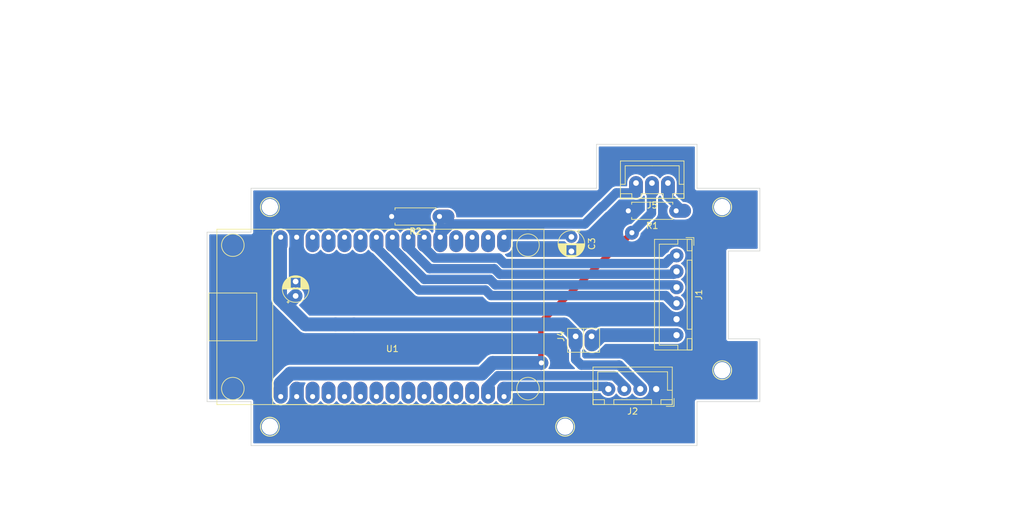
<source format=kicad_pcb>
(kicad_pcb (version 20171130) (host pcbnew "(5.1.6)-1")

  (general
    (thickness 1.6)
    (drawings 72)
    (tracks 80)
    (zones 0)
    (modules 14)
    (nets 32)
  )

  (page A4)
  (layers
    (0 F.Cu signal)
    (31 B.Cu signal)
    (32 B.Adhes user hide)
    (33 F.Adhes user hide)
    (34 B.Paste user hide)
    (35 F.Paste user hide)
    (36 B.SilkS user hide)
    (37 F.SilkS user)
    (38 B.Mask user hide)
    (39 F.Mask user hide)
    (40 Dwgs.User user)
    (41 Cmts.User user hide)
    (42 Eco1.User user hide)
    (43 Eco2.User user)
    (44 Edge.Cuts user)
    (45 Margin user)
    (46 B.CrtYd user hide)
    (47 F.CrtYd user hide)
    (48 B.Fab user hide)
    (49 F.Fab user)
  )

  (setup
    (last_trace_width 0.25)
    (user_trace_width 1)
    (user_trace_width 1.5)
    (user_trace_width 2.2)
    (user_trace_width 2.5)
    (user_trace_width 3)
    (trace_clearance 0.2)
    (zone_clearance 0.3)
    (zone_45_only no)
    (trace_min 0.2)
    (via_size 0.8)
    (via_drill 0.4)
    (via_min_size 0.4)
    (via_min_drill 0.3)
    (user_via 2.2 0.8)
    (user_via 2.6 2.5)
    (user_via 3 2)
    (uvia_size 0.3)
    (uvia_drill 0.1)
    (uvias_allowed no)
    (uvia_min_size 0.2)
    (uvia_min_drill 0.1)
    (edge_width 0.1)
    (segment_width 0.2)
    (pcb_text_width 0.3)
    (pcb_text_size 1.5 1.5)
    (mod_edge_width 0.15)
    (mod_text_size 1 1)
    (mod_text_width 0.15)
    (pad_size 3.47 2.2)
    (pad_drill 0.8)
    (pad_to_mask_clearance 0)
    (aux_axis_origin 53 92)
    (grid_origin 53 92)
    (visible_elements 7FFFFFFF)
    (pcbplotparams
      (layerselection 0x010fc_ffffffff)
      (usegerberextensions false)
      (usegerberattributes true)
      (usegerberadvancedattributes true)
      (creategerberjobfile true)
      (excludeedgelayer true)
      (linewidth 0.100000)
      (plotframeref false)
      (viasonmask false)
      (mode 1)
      (useauxorigin false)
      (hpglpennumber 1)
      (hpglpenspeed 20)
      (hpglpendiameter 15.000000)
      (psnegative false)
      (psa4output false)
      (plotreference true)
      (plotvalue true)
      (plotinvisibletext false)
      (padsonsilk false)
      (subtractmaskfromsilk false)
      (outputformat 1)
      (mirror false)
      (drillshape 1)
      (scaleselection 1)
      (outputdirectory ""))
  )

  (net 0 "")
  (net 1 GND)
  (net 2 +5V)
  (net 3 +3V3)
  (net 4 SERVO)
  (net 5 IR_SENSE)
  (net 6 "Net-(J5-Pad1)")
  (net 7 BTN)
  (net 8 LED)
  (net 9 EXT_DIR)
  (net 10 EXT_STEP)
  (net 11 EXT_EN)
  (net 12 "Net-(U1-Pad4)")
  (net 13 "Net-(U1-Pad6)")
  (net 14 "Net-(U1-Pad12)")
  (net 15 "Net-(U1-Pad14)")
  (net 16 "Net-(U1-Pad18)")
  (net 17 "Net-(U1-Pad19)")
  (net 18 "Net-(U1-Pad20)")
  (net 19 "Net-(U1-Pad21)")
  (net 20 "Net-(U1-Pad22)")
  (net 21 "Net-(U1-Pad23)")
  (net 22 "Net-(U1-Pad26)")
  (net 23 "Net-(U1-Pad27)")
  (net 24 "Net-(U1-Pad28)")
  (net 25 "Net-(U1-Pad5)")
  (net 26 "Net-(U1-Pad13)")
  (net 27 "Net-(U1-Pad3)")
  (net 28 VIN)
  (net 29 "Net-(U1-Pad24)")
  (net 30 "Net-(U1-Pad25)")
  (net 31 "Net-(C3-Pad1)")

  (net_class Default "This is the default net class."
    (clearance 0.2)
    (trace_width 0.25)
    (via_dia 0.8)
    (via_drill 0.4)
    (uvia_dia 0.3)
    (uvia_drill 0.1)
    (add_net +3V3)
    (add_net +5V)
    (add_net BTN)
    (add_net EXT_DIR)
    (add_net EXT_EN)
    (add_net EXT_STEP)
    (add_net GND)
    (add_net IR_SENSE)
    (add_net LED)
    (add_net "Net-(C3-Pad1)")
    (add_net "Net-(J5-Pad1)")
    (add_net "Net-(U1-Pad12)")
    (add_net "Net-(U1-Pad13)")
    (add_net "Net-(U1-Pad14)")
    (add_net "Net-(U1-Pad18)")
    (add_net "Net-(U1-Pad19)")
    (add_net "Net-(U1-Pad20)")
    (add_net "Net-(U1-Pad21)")
    (add_net "Net-(U1-Pad22)")
    (add_net "Net-(U1-Pad23)")
    (add_net "Net-(U1-Pad24)")
    (add_net "Net-(U1-Pad25)")
    (add_net "Net-(U1-Pad26)")
    (add_net "Net-(U1-Pad27)")
    (add_net "Net-(U1-Pad28)")
    (add_net "Net-(U1-Pad3)")
    (add_net "Net-(U1-Pad4)")
    (add_net "Net-(U1-Pad5)")
    (add_net "Net-(U1-Pad6)")
    (add_net SERVO)
    (add_net VIN)
  )

  (module 0_my_footprints:myMountingHole_2.0mm (layer F.Cu) (tedit 669BED6D) (tstamp 669CEA1A)
    (at 110 89)
    (descr "Mounting Hole 2.5mm, no annular")
    (tags "mounting hole 2.5mm no annular")
    (attr virtual)
    (fp_text reference REF** (at 0 -3.5) (layer B.Fab)
      (effects (font (size 1 1) (thickness 0.15)))
    )
    (fp_text value myMountingHole_2.0mm (at 0 3.5) (layer B.Fab)
      (effects (font (size 1 1) (thickness 0.15)))
    )
    (fp_circle (center 0 0) (end 1.5 0) (layer F.SilkS) (width 0.15))
    (pad "" np_thru_hole circle (at 0 0) (size 2 2) (drill 2) (layers *.Cu *.Mask))
  )

  (module 0_my_footprints:myMountingHole_2.0mm (layer F.Cu) (tedit 669BED6D) (tstamp 669CEA1A)
    (at 63 89)
    (descr "Mounting Hole 2.5mm, no annular")
    (tags "mounting hole 2.5mm no annular")
    (attr virtual)
    (fp_text reference REF** (at 0 -3.5) (layer B.Fab)
      (effects (font (size 1 1) (thickness 0.15)))
    )
    (fp_text value myMountingHole_2.0mm (at 0 3.5) (layer B.Fab)
      (effects (font (size 1 1) (thickness 0.15)))
    )
    (fp_circle (center 0 0) (end 1.5 0) (layer F.SilkS) (width 0.15))
    (pad "" np_thru_hole circle (at 0 0) (size 2 2) (drill 2) (layers *.Cu *.Mask))
  )

  (module 0_my_footprints:myMountingHole_2.0mm (layer F.Cu) (tedit 669BED6D) (tstamp 669CEA1A)
    (at 63 54)
    (descr "Mounting Hole 2.5mm, no annular")
    (tags "mounting hole 2.5mm no annular")
    (attr virtual)
    (fp_text reference REF** (at 0 -3.5) (layer B.Fab)
      (effects (font (size 1 1) (thickness 0.15)))
    )
    (fp_text value myMountingHole_2.0mm (at 0 3.5) (layer B.Fab)
      (effects (font (size 1 1) (thickness 0.15)))
    )
    (fp_circle (center 0 0) (end 1.5 0) (layer F.SilkS) (width 0.15))
    (pad "" np_thru_hole circle (at 0 0) (size 2 2) (drill 2) (layers *.Cu *.Mask))
  )

  (module 0_my_footprints:myMountingHole_2.0mm (layer F.Cu) (tedit 669BED6D) (tstamp 669CEA17)
    (at 135 80)
    (descr "Mounting Hole 2.5mm, no annular")
    (tags "mounting hole 2.5mm no annular")
    (attr virtual)
    (fp_text reference REF** (at 0 -3.5) (layer B.Fab)
      (effects (font (size 1 1) (thickness 0.15)))
    )
    (fp_text value myMountingHole_2.0mm (at 0 3.5) (layer B.Fab)
      (effects (font (size 1 1) (thickness 0.15)))
    )
    (fp_circle (center 0 0) (end 1.5 0) (layer F.SilkS) (width 0.15))
    (pad "" np_thru_hole circle (at 0 0) (size 2 2) (drill 2) (layers *.Cu *.Mask))
  )

  (module 0_my_footprints:myMountingHole_2.0mm (layer F.Cu) (tedit 669BED6D) (tstamp 669CEA02)
    (at 135 54)
    (descr "Mounting Hole 2.5mm, no annular")
    (tags "mounting hole 2.5mm no annular")
    (attr virtual)
    (fp_text reference REF** (at 0 -3.5) (layer B.Fab)
      (effects (font (size 1 1) (thickness 0.15)))
    )
    (fp_text value myMountingHole_2.0mm (at 0 3.5) (layer B.Fab)
      (effects (font (size 1 1) (thickness 0.15)))
    )
    (fp_circle (center 0 0) (end 1.5 0) (layer F.SilkS) (width 0.15))
    (pad "" np_thru_hole circle (at 0 0) (size 2 2) (drill 2) (layers *.Cu *.Mask))
  )

  (module 0_my_footprints:CP_my10uf (layer F.Cu) (tedit 63C2E2E2) (tstamp 669AA1B9)
    (at 111 58.8525 270)
    (descr "CP, Radial series, Radial, pin pitch=2.00mm, , diameter=4mm, Electrolytic Capacitor")
    (tags "CP Radial series Radial pin pitch 2.00mm  diameter 4mm Electrolytic Capacitor")
    (path /61697EE0)
    (fp_text reference C3 (at 1 -3.25 90) (layer F.SilkS)
      (effects (font (size 1 1) (thickness 0.15)))
    )
    (fp_text value 10uF (at 1 3.25 90) (layer F.Fab)
      (effects (font (size 1 1) (thickness 0.15)))
    )
    (fp_circle (center 1 0) (end 3 0) (layer F.Fab) (width 0.1))
    (fp_circle (center 1 0) (end 3.12 0) (layer F.SilkS) (width 0.12))
    (fp_circle (center 1 0) (end 3.25 0) (layer F.CrtYd) (width 0.05))
    (fp_line (start -0.702554 -0.8675) (end -0.302554 -0.8675) (layer F.Fab) (width 0.1))
    (fp_line (start -0.502554 -1.0675) (end -0.502554 -0.6675) (layer F.Fab) (width 0.1))
    (fp_line (start 1 -2.08) (end 1 2.08) (layer F.SilkS) (width 0.12))
    (fp_line (start 1.04 -2.08) (end 1.04 2.08) (layer F.SilkS) (width 0.12))
    (fp_line (start 1.08 -2.079) (end 1.08 2.079) (layer F.SilkS) (width 0.12))
    (fp_line (start 1.12 -2.077) (end 1.12 2.077) (layer F.SilkS) (width 0.12))
    (fp_line (start 1.16 -2.074) (end 1.16 2.074) (layer F.SilkS) (width 0.12))
    (fp_line (start 1.2 -2.071) (end 1.2 -0.84) (layer F.SilkS) (width 0.12))
    (fp_line (start 1.2 0.84) (end 1.2 2.071) (layer F.SilkS) (width 0.12))
    (fp_line (start 1.24 -2.067) (end 1.24 -0.84) (layer F.SilkS) (width 0.12))
    (fp_line (start 1.24 0.84) (end 1.24 2.067) (layer F.SilkS) (width 0.12))
    (fp_line (start 1.28 -2.062) (end 1.28 -0.84) (layer F.SilkS) (width 0.12))
    (fp_line (start 1.28 0.84) (end 1.28 2.062) (layer F.SilkS) (width 0.12))
    (fp_line (start 1.32 -2.056) (end 1.32 -0.84) (layer F.SilkS) (width 0.12))
    (fp_line (start 1.32 0.84) (end 1.32 2.056) (layer F.SilkS) (width 0.12))
    (fp_line (start 1.36 -2.05) (end 1.36 -0.84) (layer F.SilkS) (width 0.12))
    (fp_line (start 1.36 0.84) (end 1.36 2.05) (layer F.SilkS) (width 0.12))
    (fp_line (start 1.4 -2.042) (end 1.4 -0.84) (layer F.SilkS) (width 0.12))
    (fp_line (start 1.4 0.84) (end 1.4 2.042) (layer F.SilkS) (width 0.12))
    (fp_line (start 1.44 -2.034) (end 1.44 -0.84) (layer F.SilkS) (width 0.12))
    (fp_line (start 1.44 0.84) (end 1.44 2.034) (layer F.SilkS) (width 0.12))
    (fp_line (start 1.48 -2.025) (end 1.48 -0.84) (layer F.SilkS) (width 0.12))
    (fp_line (start 1.48 0.84) (end 1.48 2.025) (layer F.SilkS) (width 0.12))
    (fp_line (start 1.52 -2.016) (end 1.52 -0.84) (layer F.SilkS) (width 0.12))
    (fp_line (start 1.52 0.84) (end 1.52 2.016) (layer F.SilkS) (width 0.12))
    (fp_line (start 1.56 -2.005) (end 1.56 -0.84) (layer F.SilkS) (width 0.12))
    (fp_line (start 1.56 0.84) (end 1.56 2.005) (layer F.SilkS) (width 0.12))
    (fp_line (start 1.6 -1.994) (end 1.6 -0.84) (layer F.SilkS) (width 0.12))
    (fp_line (start 1.6 0.84) (end 1.6 1.994) (layer F.SilkS) (width 0.12))
    (fp_line (start 1.64 -1.982) (end 1.64 -0.84) (layer F.SilkS) (width 0.12))
    (fp_line (start 1.64 0.84) (end 1.64 1.982) (layer F.SilkS) (width 0.12))
    (fp_line (start 1.68 -1.968) (end 1.68 -0.84) (layer F.SilkS) (width 0.12))
    (fp_line (start 1.68 0.84) (end 1.68 1.968) (layer F.SilkS) (width 0.12))
    (fp_line (start 1.721 -1.954) (end 1.721 -0.84) (layer F.SilkS) (width 0.12))
    (fp_line (start 1.721 0.84) (end 1.721 1.954) (layer F.SilkS) (width 0.12))
    (fp_line (start 1.761 -1.94) (end 1.761 -0.84) (layer F.SilkS) (width 0.12))
    (fp_line (start 1.761 0.84) (end 1.761 1.94) (layer F.SilkS) (width 0.12))
    (fp_line (start 1.801 -1.924) (end 1.801 -0.84) (layer F.SilkS) (width 0.12))
    (fp_line (start 1.801 0.84) (end 1.801 1.924) (layer F.SilkS) (width 0.12))
    (fp_line (start 1.841 -1.907) (end 1.841 -0.84) (layer F.SilkS) (width 0.12))
    (fp_line (start 1.841 0.84) (end 1.841 1.907) (layer F.SilkS) (width 0.12))
    (fp_line (start 1.881 -1.889) (end 1.881 -0.84) (layer F.SilkS) (width 0.12))
    (fp_line (start 1.881 0.84) (end 1.881 1.889) (layer F.SilkS) (width 0.12))
    (fp_line (start 1.921 -1.87) (end 1.921 -0.84) (layer F.SilkS) (width 0.12))
    (fp_line (start 1.921 0.84) (end 1.921 1.87) (layer F.SilkS) (width 0.12))
    (fp_line (start 1.961 -1.851) (end 1.961 -0.84) (layer F.SilkS) (width 0.12))
    (fp_line (start 1.961 0.84) (end 1.961 1.851) (layer F.SilkS) (width 0.12))
    (fp_line (start 2.001 -1.83) (end 2.001 -0.84) (layer F.SilkS) (width 0.12))
    (fp_line (start 2.001 0.84) (end 2.001 1.83) (layer F.SilkS) (width 0.12))
    (fp_line (start 2.041 -1.808) (end 2.041 -0.84) (layer F.SilkS) (width 0.12))
    (fp_line (start 2.041 0.84) (end 2.041 1.808) (layer F.SilkS) (width 0.12))
    (fp_line (start 2.081 -1.785) (end 2.081 -0.84) (layer F.SilkS) (width 0.12))
    (fp_line (start 2.081 0.84) (end 2.081 1.785) (layer F.SilkS) (width 0.12))
    (fp_line (start 2.121 -1.76) (end 2.121 -0.84) (layer F.SilkS) (width 0.12))
    (fp_line (start 2.121 0.84) (end 2.121 1.76) (layer F.SilkS) (width 0.12))
    (fp_line (start 2.161 -1.735) (end 2.161 -0.84) (layer F.SilkS) (width 0.12))
    (fp_line (start 2.161 0.84) (end 2.161 1.735) (layer F.SilkS) (width 0.12))
    (fp_line (start 2.201 -1.708) (end 2.201 -0.84) (layer F.SilkS) (width 0.12))
    (fp_line (start 2.201 0.84) (end 2.201 1.708) (layer F.SilkS) (width 0.12))
    (fp_line (start 2.241 -1.68) (end 2.241 -0.84) (layer F.SilkS) (width 0.12))
    (fp_line (start 2.241 0.84) (end 2.241 1.68) (layer F.SilkS) (width 0.12))
    (fp_line (start 2.281 -1.65) (end 2.281 -0.84) (layer F.SilkS) (width 0.12))
    (fp_line (start 2.281 0.84) (end 2.281 1.65) (layer F.SilkS) (width 0.12))
    (fp_line (start 2.321 -1.619) (end 2.321 -0.84) (layer F.SilkS) (width 0.12))
    (fp_line (start 2.321 0.84) (end 2.321 1.619) (layer F.SilkS) (width 0.12))
    (fp_line (start 2.361 -1.587) (end 2.361 -0.84) (layer F.SilkS) (width 0.12))
    (fp_line (start 2.361 0.84) (end 2.361 1.587) (layer F.SilkS) (width 0.12))
    (fp_line (start 2.401 -1.552) (end 2.401 -0.84) (layer F.SilkS) (width 0.12))
    (fp_line (start 2.401 0.84) (end 2.401 1.552) (layer F.SilkS) (width 0.12))
    (fp_line (start 2.441 -1.516) (end 2.441 -0.84) (layer F.SilkS) (width 0.12))
    (fp_line (start 2.441 0.84) (end 2.441 1.516) (layer F.SilkS) (width 0.12))
    (fp_line (start 2.481 -1.478) (end 2.481 -0.84) (layer F.SilkS) (width 0.12))
    (fp_line (start 2.481 0.84) (end 2.481 1.478) (layer F.SilkS) (width 0.12))
    (fp_line (start 2.521 -1.438) (end 2.521 -0.84) (layer F.SilkS) (width 0.12))
    (fp_line (start 2.521 0.84) (end 2.521 1.438) (layer F.SilkS) (width 0.12))
    (fp_line (start 2.561 -1.396) (end 2.561 -0.84) (layer F.SilkS) (width 0.12))
    (fp_line (start 2.561 0.84) (end 2.561 1.396) (layer F.SilkS) (width 0.12))
    (fp_line (start 2.601 -1.351) (end 2.601 -0.84) (layer F.SilkS) (width 0.12))
    (fp_line (start 2.601 0.84) (end 2.601 1.351) (layer F.SilkS) (width 0.12))
    (fp_line (start 2.641 -1.304) (end 2.641 -0.84) (layer F.SilkS) (width 0.12))
    (fp_line (start 2.641 0.84) (end 2.641 1.304) (layer F.SilkS) (width 0.12))
    (fp_line (start 2.681 -1.254) (end 2.681 -0.84) (layer F.SilkS) (width 0.12))
    (fp_line (start 2.681 0.84) (end 2.681 1.254) (layer F.SilkS) (width 0.12))
    (fp_line (start 2.721 -1.2) (end 2.721 -0.84) (layer F.SilkS) (width 0.12))
    (fp_line (start 2.721 0.84) (end 2.721 1.2) (layer F.SilkS) (width 0.12))
    (fp_line (start 2.761 -1.142) (end 2.761 -0.84) (layer F.SilkS) (width 0.12))
    (fp_line (start 2.761 0.84) (end 2.761 1.142) (layer F.SilkS) (width 0.12))
    (fp_line (start 2.801 -1.08) (end 2.801 -0.84) (layer F.SilkS) (width 0.12))
    (fp_line (start 2.801 0.84) (end 2.801 1.08) (layer F.SilkS) (width 0.12))
    (fp_line (start 2.841 -1.013) (end 2.841 1.013) (layer F.SilkS) (width 0.12))
    (fp_line (start 2.881 -0.94) (end 2.881 0.94) (layer F.SilkS) (width 0.12))
    (fp_line (start 2.921 -0.859) (end 2.921 0.859) (layer F.SilkS) (width 0.12))
    (fp_line (start 2.961 -0.768) (end 2.961 0.768) (layer F.SilkS) (width 0.12))
    (fp_line (start 3.001 -0.664) (end 3.001 0.664) (layer F.SilkS) (width 0.12))
    (fp_line (start 3.041 -0.537) (end 3.041 0.537) (layer F.SilkS) (width 0.12))
    (fp_line (start 3.081 -0.37) (end 3.081 0.37) (layer F.SilkS) (width 0.12))
    (fp_line (start -1.269801 -1.195) (end -0.869801 -1.195) (layer F.SilkS) (width 0.12))
    (fp_line (start -1.069801 -1.395) (end -1.069801 -0.995) (layer F.SilkS) (width 0.12))
    (fp_text user %R (at 1 0 90) (layer F.Fab)
      (effects (font (size 0.8 0.8) (thickness 0.12)))
    )
    (pad 2 thru_hole circle (at 2.2 0 270) (size 1.9 1.9) (drill 0.9) (layers *.Cu *.Mask)
      (net 1 GND))
    (pad 1 thru_hole circle (at -0.1 0 270) (size 1.9 1.9) (drill 0.9) (layers *.Cu *.Mask)
      (net 31 "Net-(C3-Pad1)"))
    (model ${KISYS3DMOD}/Capacitor_THT.3dshapes/CP_Radial_D4.0mm_P2.00mm.wrl
      (at (xyz 0 0 0))
      (scale (xyz 1 1 1))
      (rotate (xyz 0 0 0))
    )
  )

  (module 0_my_footprints:myJSTx06 (layer F.Cu) (tedit 63C19E30) (tstamp 669AA1E6)
    (at 127.74 61.71 270)
    (descr "JST XH series connector, B6B-XH-A (http://www.jst-mfg.com/product/pdf/eng/eXH.pdf), generated with kicad-footprint-generator")
    (tags "connector JST XH vertical")
    (path /669A96D5)
    (fp_text reference J1 (at 6.25 -3.55 90) (layer F.SilkS)
      (effects (font (size 1 1) (thickness 0.15)))
    )
    (fp_text value POWER (at 6.25 4.6 90) (layer F.Fab)
      (effects (font (size 1 1) (thickness 0.15)))
    )
    (fp_line (start -2.85 -2.75) (end -2.85 -1.5) (layer F.SilkS) (width 0.12))
    (fp_line (start -1.6 -2.75) (end -2.85 -2.75) (layer F.SilkS) (width 0.12))
    (fp_line (start 14.3 2.75) (end 6.25 2.75) (layer F.SilkS) (width 0.12))
    (fp_line (start 14.3 -0.2) (end 14.3 2.75) (layer F.SilkS) (width 0.12))
    (fp_line (start 15.05 -0.2) (end 14.3 -0.2) (layer F.SilkS) (width 0.12))
    (fp_line (start -1.8 2.75) (end 6.25 2.75) (layer F.SilkS) (width 0.12))
    (fp_line (start -1.8 -0.2) (end -1.8 2.75) (layer F.SilkS) (width 0.12))
    (fp_line (start -2.55 -0.2) (end -1.8 -0.2) (layer F.SilkS) (width 0.12))
    (fp_line (start 15.05 -2.45) (end 13.25 -2.45) (layer F.SilkS) (width 0.12))
    (fp_line (start 15.05 -1.7) (end 15.05 -2.45) (layer F.SilkS) (width 0.12))
    (fp_line (start 13.25 -1.7) (end 15.05 -1.7) (layer F.SilkS) (width 0.12))
    (fp_line (start 13.25 -2.45) (end 13.25 -1.7) (layer F.SilkS) (width 0.12))
    (fp_line (start -0.75 -2.45) (end -2.55 -2.45) (layer F.SilkS) (width 0.12))
    (fp_line (start -0.75 -1.7) (end -0.75 -2.45) (layer F.SilkS) (width 0.12))
    (fp_line (start -2.55 -1.7) (end -0.75 -1.7) (layer F.SilkS) (width 0.12))
    (fp_line (start -2.55 -2.45) (end -2.55 -1.7) (layer F.SilkS) (width 0.12))
    (fp_line (start 11.75 -2.45) (end 0.75 -2.45) (layer F.SilkS) (width 0.12))
    (fp_line (start 11.75 -1.7) (end 11.75 -2.45) (layer F.SilkS) (width 0.12))
    (fp_line (start 0.75 -1.7) (end 11.75 -1.7) (layer F.SilkS) (width 0.12))
    (fp_line (start 0.75 -2.45) (end 0.75 -1.7) (layer F.SilkS) (width 0.12))
    (fp_line (start 0 -1.35) (end 0.625 -2.35) (layer F.Fab) (width 0.1))
    (fp_line (start -0.625 -2.35) (end 0 -1.35) (layer F.Fab) (width 0.1))
    (fp_line (start 15.45 -2.85) (end -2.95 -2.85) (layer F.CrtYd) (width 0.05))
    (fp_line (start 15.45 3.9) (end 15.45 -2.85) (layer F.CrtYd) (width 0.05))
    (fp_line (start -2.95 3.9) (end 15.45 3.9) (layer F.CrtYd) (width 0.05))
    (fp_line (start -2.95 -2.85) (end -2.95 3.9) (layer F.CrtYd) (width 0.05))
    (fp_line (start 15.06 -2.46) (end -2.56 -2.46) (layer F.SilkS) (width 0.12))
    (fp_line (start 15.06 3.51) (end 15.06 -2.46) (layer F.SilkS) (width 0.12))
    (fp_line (start -2.56 3.51) (end 15.06 3.51) (layer F.SilkS) (width 0.12))
    (fp_line (start -2.56 -2.46) (end -2.56 3.51) (layer F.SilkS) (width 0.12))
    (fp_line (start 14.95 -2.35) (end -2.45 -2.35) (layer F.Fab) (width 0.1))
    (fp_line (start 14.95 3.4) (end 14.95 -2.35) (layer F.Fab) (width 0.1))
    (fp_line (start -2.45 3.4) (end 14.95 3.4) (layer F.Fab) (width 0.1))
    (fp_line (start -2.45 -2.35) (end -2.45 3.4) (layer F.Fab) (width 0.1))
    (fp_text user %R (at 6.25 2.7 90) (layer F.Fab)
      (effects (font (size 1 1) (thickness 0.15)))
    )
    (pad 1 thru_hole circle (at 0 0 270) (size 2.2 2.2) (drill 1) (layers *.Cu *.Mask)
      (net 11 EXT_EN))
    (pad 2 thru_hole circle (at 2.54 0 270) (size 2.2 2.2) (drill 1) (layers *.Cu *.Mask)
      (net 9 EXT_DIR))
    (pad 3 thru_hole circle (at 5.08 0 270) (size 2.2 2.2) (drill 1) (layers *.Cu *.Mask)
      (net 10 EXT_STEP))
    (pad 4 thru_hole circle (at 7.62 0 270) (size 2.2 2.2) (drill 1) (layers *.Cu *.Mask)
      (net 4 SERVO))
    (pad 5 thru_hole circle (at 10.16 0 270) (size 2.2 2.2) (drill 1) (layers *.Cu *.Mask)
      (net 1 GND))
    (pad 6 thru_hole circle (at 12.7 0 270) (size 2.2 2.2) (drill 1) (layers *.Cu *.Mask)
      (net 2 +5V))
    (model ${KISYS3DMOD}/Connector_JST.3dshapes/JST_XH_B6B-XH-A_1x06_P2.50mm_Vertical.wrl
      (at (xyz 0 0 0))
      (scale (xyz 1 1 1))
      (rotate (xyz 0 0 0))
    )
  )

  (module 0_my_footprints2:pinHeader1x2 (layer F.Cu) (tedit 66364B91) (tstamp 669AA1FD)
    (at 111.6745 74.6005 90)
    (descr "pinHeader with bigger pads")
    (path /63212548)
    (fp_text reference J4 (at 0 -2.33 90) (layer F.SilkS)
      (effects (font (size 1 1) (thickness 0.15)))
    )
    (fp_text value "5V Jumper" (at 1 3.04 90) (layer F.Fab)
      (effects (font (size 1 1) (thickness 0.15)))
    )
    (fp_line (start -2.54 1.27) (end 1.27 1.27) (layer F.SilkS) (width 0.12))
    (fp_line (start 1.27 -1.27) (end -2.54 -1.27) (layer F.SilkS) (width 0.12))
    (fp_line (start 1.27 3.81) (end 1.27 -1.27) (layer F.SilkS) (width 0.12))
    (fp_line (start -2.54 3.81) (end 1.27 3.81) (layer F.SilkS) (width 0.12))
    (fp_line (start -2.54 -1.27) (end -2.54 3.81) (layer F.SilkS) (width 0.12))
    (pad 1 thru_hole oval (at 0 0 90) (size 3.47 2.2) (drill 0.9 (offset -0.635 0)) (layers *.Cu *.Mask)
      (net 28 VIN))
    (pad 2 thru_hole oval (at 0 2.54 90) (size 3.47 2.2) (drill 0.9 (offset -0.635 0)) (layers *.Cu *.Mask)
      (net 2 +5V))
    (model ${KISYS3DMOD}/Connector_PinHeader_2.54mm.3dshapes/PinHeader_1x02_P2.54mm_Vertical.wrl
      (at (xyz 0 0 0))
      (scale (xyz 1 1 1))
      (rotate (xyz 0 0 0))
    )
  )

  (module 0_my_footprints2:JST3 (layer F.Cu) (tedit 66364B27) (tstamp 669AA21A)
    (at 126.365 50.165 180)
    (descr "2.54mm JST connector with bigger pads")
    (path /66A324B4)
    (fp_text reference J5 (at 2.5 -3.55) (layer F.SilkS)
      (effects (font (size 1 1) (thickness 0.15)))
    )
    (fp_text value IR_SENSOR (at 2.5 4.6) (layer F.Fab)
      (effects (font (size 1 1) (thickness 0.15)))
    )
    (fp_line (start -2.56 -2.46) (end -2.56 3.51) (layer F.SilkS) (width 0.12))
    (fp_line (start -2.56 3.51) (end 7.56 3.51) (layer F.SilkS) (width 0.12))
    (fp_line (start 7.56 3.51) (end 7.56 -2.46) (layer F.SilkS) (width 0.12))
    (fp_line (start 7.56 -2.46) (end -2.56 -2.46) (layer F.SilkS) (width 0.12))
    (fp_line (start 0.75 -2.45) (end 0.75 -1.7) (layer F.SilkS) (width 0.12))
    (fp_line (start 0.75 -1.7) (end 4.25 -1.7) (layer F.SilkS) (width 0.12))
    (fp_line (start 4.25 -1.7) (end 4.25 -2.45) (layer F.SilkS) (width 0.12))
    (fp_line (start 4.25 -2.45) (end 0.75 -2.45) (layer F.SilkS) (width 0.12))
    (fp_line (start -2.55 -2.45) (end -2.55 -1.7) (layer F.SilkS) (width 0.12))
    (fp_line (start -2.55 -1.7) (end -0.75 -1.7) (layer F.SilkS) (width 0.12))
    (fp_line (start -0.75 -1.7) (end -0.75 -2.45) (layer F.SilkS) (width 0.12))
    (fp_line (start -0.75 -2.45) (end -2.55 -2.45) (layer F.SilkS) (width 0.12))
    (fp_line (start 5.75 -2.45) (end 5.75 -1.7) (layer F.SilkS) (width 0.12))
    (fp_line (start 5.75 -1.7) (end 7.55 -1.7) (layer F.SilkS) (width 0.12))
    (fp_line (start 7.55 -1.7) (end 7.55 -2.45) (layer F.SilkS) (width 0.12))
    (fp_line (start 7.55 -2.45) (end 5.75 -2.45) (layer F.SilkS) (width 0.12))
    (fp_line (start -2.55 -0.2) (end -1.8 -0.2) (layer F.SilkS) (width 0.12))
    (fp_line (start -1.8 -0.2) (end -1.8 2.75) (layer F.SilkS) (width 0.12))
    (fp_line (start -1.8 2.75) (end 2.5 2.75) (layer F.SilkS) (width 0.12))
    (fp_line (start 7.55 -0.2) (end 6.8 -0.2) (layer F.SilkS) (width 0.12))
    (fp_line (start 6.8 -0.2) (end 6.8 2.75) (layer F.SilkS) (width 0.12))
    (fp_line (start 6.8 2.75) (end 2.5 2.75) (layer F.SilkS) (width 0.12))
    (pad 1 thru_hole oval (at 0 0 180) (size 2.2 3.47) (drill 0.9 (offset 0 -0.635)) (layers *.Cu *.Mask)
      (net 6 "Net-(J5-Pad1)"))
    (pad 2 thru_hole oval (at 2.54 0 180) (size 2.2 3.47) (drill 0.9 (offset 0 -0.635)) (layers *.Cu *.Mask)
      (net 3 +3V3))
    (pad 3 thru_hole oval (at 5.08 0 180) (size 2.2 3.47) (drill 0.9 (offset 0 -0.635)) (layers *.Cu *.Mask)
      (net 5 IR_SENSE))
    (model ${KISYS3DMOD}/Connector_JST.3dshapes/JST_XH_B3B-XH-A_1x03_P2.50mm_Vertical.wrl
      (at (xyz 0 0 0))
      (scale (xyz 1 1 1))
      (rotate (xyz 0 0 0))
    )
  )

  (module 0_my_footprints2:resistor (layer F.Cu) (tedit 663A806F) (tstamp 669AA231)
    (at 127.6765 54.598 180)
    (descr "resistor with bigger pads")
    (path /66A397C0)
    (fp_text reference R1 (at 3.81 -2.37) (layer F.SilkS)
      (effects (font (size 1 1) (thickness 0.15)))
    )
    (fp_text value 220 (at 3.81 2.37) (layer F.Fab)
      (effects (font (size 1 1) (thickness 0.15)))
    )
    (fp_line (start 0.66 -1.25) (end 0.66 1.25) (layer F.Fab) (width 0.1))
    (fp_line (start 0.66 1.25) (end 6.96 1.25) (layer F.Fab) (width 0.1))
    (fp_line (start 6.96 1.25) (end 6.96 -1.25) (layer F.Fab) (width 0.1))
    (fp_line (start 6.96 -1.25) (end 0.66 -1.25) (layer F.Fab) (width 0.1))
    (fp_line (start 0 0) (end 0.66 0) (layer F.Fab) (width 0.1))
    (fp_line (start 7.62 0) (end 6.96 0) (layer F.Fab) (width 0.1))
    (fp_line (start 0.54 -1.04) (end 0.54 -1.37) (layer F.SilkS) (width 0.12))
    (fp_line (start 0.54 -1.37) (end 7.08 -1.37) (layer F.SilkS) (width 0.12))
    (fp_line (start 7.08 -1.37) (end 7.08 -1.04) (layer F.SilkS) (width 0.12))
    (fp_line (start 0.54 1.04) (end 0.54 1.37) (layer F.SilkS) (width 0.12))
    (fp_line (start 0.54 1.37) (end 7.08 1.37) (layer F.SilkS) (width 0.12))
    (fp_line (start 7.08 1.37) (end 7.08 1.04) (layer F.SilkS) (width 0.12))
    (fp_line (start -1.05 -1.5) (end -1.05 1.5) (layer F.CrtYd) (width 0.05))
    (fp_line (start -1.05 1.5) (end 8.67 1.5) (layer F.CrtYd) (width 0.05))
    (fp_line (start 8.67 1.5) (end 8.67 -1.5) (layer F.CrtYd) (width 0.05))
    (fp_line (start 8.67 -1.5) (end -1.05 -1.5) (layer F.CrtYd) (width 0.05))
    (fp_text user %R (at 3.81 -0.635) (layer F.Fab)
      (effects (font (size 1 1) (thickness 0.15)))
    )
    (pad 1 thru_hole oval (at 0 0 180) (size 3.47 2.2) (drill 0.8 (offset -0.635 0)) (layers *.Cu *.Mask)
      (net 6 "Net-(J5-Pad1)"))
    (pad 2 thru_hole oval (at 7.62 0 180) (size 3.47 2.2) (drill 0.8 (offset 0.635 0)) (layers *.Cu *.Mask)
      (net 1 GND))
    (model ${KISYS3DMOD}/Resistor_THT.3dshapes/R_Axial_DIN0207_L6.3mm_D2.5mm_P7.62mm_Horizontal.wrl
      (at (xyz 0 0 0))
      (scale (xyz 1 1 1))
      (rotate (xyz 0 0 0))
    )
  )

  (module 0_my_footprints2:resistor (layer F.Cu) (tedit 663A806F) (tstamp 669AA248)
    (at 90 55.5 180)
    (descr "resistor with bigger pads")
    (path /66A3B19F)
    (fp_text reference R2 (at 3.81 -2.37) (layer F.SilkS)
      (effects (font (size 1 1) (thickness 0.15)))
    )
    (fp_text value 1K (at 3.81 2.37) (layer F.Fab)
      (effects (font (size 1 1) (thickness 0.15)))
    )
    (fp_line (start 8.67 -1.5) (end -1.05 -1.5) (layer F.CrtYd) (width 0.05))
    (fp_line (start 8.67 1.5) (end 8.67 -1.5) (layer F.CrtYd) (width 0.05))
    (fp_line (start -1.05 1.5) (end 8.67 1.5) (layer F.CrtYd) (width 0.05))
    (fp_line (start -1.05 -1.5) (end -1.05 1.5) (layer F.CrtYd) (width 0.05))
    (fp_line (start 7.08 1.37) (end 7.08 1.04) (layer F.SilkS) (width 0.12))
    (fp_line (start 0.54 1.37) (end 7.08 1.37) (layer F.SilkS) (width 0.12))
    (fp_line (start 0.54 1.04) (end 0.54 1.37) (layer F.SilkS) (width 0.12))
    (fp_line (start 7.08 -1.37) (end 7.08 -1.04) (layer F.SilkS) (width 0.12))
    (fp_line (start 0.54 -1.37) (end 7.08 -1.37) (layer F.SilkS) (width 0.12))
    (fp_line (start 0.54 -1.04) (end 0.54 -1.37) (layer F.SilkS) (width 0.12))
    (fp_line (start 7.62 0) (end 6.96 0) (layer F.Fab) (width 0.1))
    (fp_line (start 0 0) (end 0.66 0) (layer F.Fab) (width 0.1))
    (fp_line (start 6.96 -1.25) (end 0.66 -1.25) (layer F.Fab) (width 0.1))
    (fp_line (start 6.96 1.25) (end 6.96 -1.25) (layer F.Fab) (width 0.1))
    (fp_line (start 0.66 1.25) (end 6.96 1.25) (layer F.Fab) (width 0.1))
    (fp_line (start 0.66 -1.25) (end 0.66 1.25) (layer F.Fab) (width 0.1))
    (fp_text user %R (at 3.81 0) (layer F.Fab)
      (effects (font (size 1 1) (thickness 0.15)))
    )
    (pad 2 thru_hole oval (at 7.62 0 180) (size 3.47 2.2) (drill 0.8 (offset 0.635 0)) (layers *.Cu *.Mask)
      (net 1 GND))
    (pad 1 thru_hole oval (at 0 0 180) (size 3.47 2.2) (drill 0.8 (offset -0.635 0)) (layers *.Cu *.Mask)
      (net 5 IR_SENSE))
    (model ${KISYS3DMOD}/Resistor_THT.3dshapes/R_Axial_DIN0207_L6.3mm_D2.5mm_P7.62mm_Horizontal.wrl
      (at (xyz 0 0 0))
      (scale (xyz 1 1 1))
      (rotate (xyz 0 0 0))
    )
  )

  (module 0_my_footprints2:esp32_dev_0 (layer F.Cu) (tedit 66951C92) (tstamp 669AA29E)
    (at 82.5 71.5)
    (path /6120DB8C)
    (fp_text reference U1 (at 0 5.08) (layer F.SilkS)
      (effects (font (size 1 1) (thickness 0.15)))
    )
    (fp_text value ESP32_DEV_0 (at 0 -5.08) (layer F.Fab)
      (effects (font (size 1 1) (thickness 0.15)))
    )
    (fp_circle (center 21.59 -11.43) (end 22.86 -12.7) (layer F.SilkS) (width 0.12))
    (fp_circle (center 21.59 11.43) (end 20.32 10.16) (layer F.SilkS) (width 0.12))
    (fp_circle (center -25.4 11.43) (end -26.67 12.7) (layer F.SilkS) (width 0.12))
    (fp_circle (center -25.4 -11.43) (end -26.67 -12.7) (layer F.SilkS) (width 0.12))
    (fp_line (start -29.21 3.81) (end -29.21 -3.81) (layer F.SilkS) (width 0.12))
    (fp_line (start -21.59 3.81) (end -29.21 3.81) (layer F.SilkS) (width 0.12))
    (fp_line (start -21.59 -3.81) (end -21.59 3.81) (layer F.SilkS) (width 0.12))
    (fp_line (start -29.21 -3.81) (end -21.59 -3.81) (layer F.SilkS) (width 0.12))
    (fp_line (start -27.94 13.97) (end -27.94 -13.97) (layer F.SilkS) (width 0.12))
    (fp_line (start -19.05 13.97) (end -27.94 13.97) (layer F.SilkS) (width 0.12))
    (fp_line (start 19.05 13.97) (end -19.05 13.97) (layer F.SilkS) (width 0.12))
    (fp_line (start 24.13 13.97) (end 19.05 13.97) (layer F.SilkS) (width 0.12))
    (fp_line (start 24.13 -13.97) (end 24.13 13.97) (layer F.SilkS) (width 0.12))
    (fp_line (start 19.05 -13.97) (end 24.13 -13.97) (layer F.SilkS) (width 0.12))
    (fp_line (start -19.05 -13.97) (end -27.94 -13.97) (layer F.SilkS) (width 0.12))
    (fp_line (start -19.05 -13.97) (end -19.05 11.43) (layer F.SilkS) (width 0.12))
    (fp_line (start -19.05 13.97) (end 19.05 13.97) (layer F.SilkS) (width 0.12))
    (fp_line (start 19.05 11.43) (end 19.05 -13.97) (layer F.SilkS) (width 0.12))
    (fp_line (start 19.05 -13.97) (end -19.05 -13.97) (layer F.SilkS) (width 0.12))
    (fp_line (start 19.05 11.43) (end 19.05 13.97) (layer F.SilkS) (width 0.12))
    (fp_line (start -19.05 11.43) (end -19.05 13.97) (layer F.SilkS) (width 0.12))
    (pad 1 thru_hole oval (at -17.78 -12.7) (size 2.2 3.47) (drill 0.8 (offset 0 0.635)) (layers *.Cu *.Mask)
      (net 28 VIN))
    (pad 2 thru_hole oval (at -15.24 -12.7) (size 2.2 3.47) (drill 0.8 (offset 0 0.635)) (layers *.Cu *.Mask)
      (net 1 GND))
    (pad 3 thru_hole oval (at -12.7 -12.7) (size 2.2 3.47) (drill 0.8 (offset 0 0.635)) (layers *.Cu *.Mask)
      (net 27 "Net-(U1-Pad3)"))
    (pad 4 thru_hole oval (at -10.16 -12.7) (size 2.2 3.47) (drill 0.8 (offset 0 0.635)) (layers *.Cu *.Mask)
      (net 12 "Net-(U1-Pad4)"))
    (pad 5 thru_hole oval (at -7.62 -12.7) (size 2.2 3.47) (drill 0.8 (offset 0 0.635)) (layers *.Cu *.Mask)
      (net 25 "Net-(U1-Pad5)"))
    (pad 6 thru_hole oval (at -5.08 -12.7) (size 2.2 3.47) (drill 0.8 (offset 0 0.635)) (layers *.Cu *.Mask)
      (net 13 "Net-(U1-Pad6)"))
    (pad 7 thru_hole oval (at -2.54 -12.7) (size 2.2 3.47) (drill 0.8 (offset 0 0.635)) (layers *.Cu *.Mask)
      (net 4 SERVO))
    (pad 8 thru_hole oval (at 0 -12.7) (size 2.2 3.47) (drill 0.8 (offset 0 0.635)) (layers *.Cu *.Mask)
      (net 10 EXT_STEP))
    (pad 9 thru_hole oval (at 2.54 -12.7) (size 2.2 3.47) (drill 0.8 (offset 0 0.635)) (layers *.Cu *.Mask)
      (net 9 EXT_DIR))
    (pad 10 thru_hole oval (at 5.08 -12.7) (size 2.2 3.47) (drill 0.8 (offset 0 0.635)) (layers *.Cu *.Mask)
      (net 11 EXT_EN))
    (pad 11 thru_hole oval (at 7.62 -12.7) (size 2.2 3.47) (drill 0.8 (offset 0 0.635)) (layers *.Cu *.Mask)
      (net 5 IR_SENSE))
    (pad 12 thru_hole oval (at 10.16 -12.7) (size 2.2 3.47) (drill 0.8 (offset 0 0.635)) (layers *.Cu *.Mask)
      (net 14 "Net-(U1-Pad12)"))
    (pad 13 thru_hole oval (at 12.7 -12.7) (size 2.2 3.47) (drill 0.8 (offset 0 0.635)) (layers *.Cu *.Mask)
      (net 26 "Net-(U1-Pad13)"))
    (pad 14 thru_hole oval (at 15.24 -12.7) (size 2.2 3.47) (drill 0.8 (offset 0 0.635)) (layers *.Cu *.Mask)
      (net 15 "Net-(U1-Pad14)"))
    (pad 15 thru_hole oval (at 17.78 -12.7) (size 2.2 3.47) (drill 0.8 (offset 0 0.635)) (layers *.Cu *.Mask)
      (net 31 "Net-(C3-Pad1)"))
    (pad 16 thru_hole oval (at 17.78 12.7) (size 2.2 3.47) (drill 0.8 (offset 0 -0.635)) (layers *.Cu *.Mask)
      (net 8 LED))
    (pad 17 thru_hole oval (at 15.24 12.7) (size 2.2 3.47) (drill 0.8 (offset 0 -0.635)) (layers *.Cu *.Mask)
      (net 7 BTN))
    (pad 18 thru_hole oval (at 12.7 12.7) (size 2.2 3.47) (drill 0.8 (offset 0 -0.635)) (layers *.Cu *.Mask)
      (net 16 "Net-(U1-Pad18)"))
    (pad 19 thru_hole oval (at 10.16 12.7) (size 2.2 3.47) (drill 0.8 (offset 0 -0.635)) (layers *.Cu *.Mask)
      (net 17 "Net-(U1-Pad19)"))
    (pad 20 thru_hole oval (at 7.62 12.7) (size 2.2 3.47) (drill 0.8 (offset 0 -0.635)) (layers *.Cu *.Mask)
      (net 18 "Net-(U1-Pad20)"))
    (pad 21 thru_hole oval (at 5.08 12.7) (size 2.2 3.47) (drill 0.8 (offset 0 -0.635)) (layers *.Cu *.Mask)
      (net 19 "Net-(U1-Pad21)"))
    (pad 22 thru_hole oval (at 2.54 12.7) (size 2.2 3.47) (drill 0.8 (offset 0 -0.635)) (layers *.Cu *.Mask)
      (net 20 "Net-(U1-Pad22)"))
    (pad 23 thru_hole oval (at 0 12.7) (size 2.2 3.47) (drill 0.8 (offset 0 -0.635)) (layers *.Cu *.Mask)
      (net 21 "Net-(U1-Pad23)"))
    (pad 24 thru_hole oval (at -2.54 12.7) (size 2.2 3.47) (drill 0.8 (offset 0 -0.635)) (layers *.Cu *.Mask)
      (net 29 "Net-(U1-Pad24)"))
    (pad 25 thru_hole oval (at -5.08 12.7) (size 2.2 3.47) (drill 0.8 (offset 0 -0.635)) (layers *.Cu *.Mask)
      (net 30 "Net-(U1-Pad25)"))
    (pad 26 thru_hole oval (at -7.62 12.7) (size 2.2 3.47) (drill 0.8 (offset 0 -0.635)) (layers *.Cu *.Mask)
      (net 22 "Net-(U1-Pad26)"))
    (pad 27 thru_hole oval (at -10.16 12.7) (size 2.2 3.47) (drill 0.8 (offset 0 -0.635)) (layers *.Cu *.Mask)
      (net 23 "Net-(U1-Pad27)"))
    (pad 28 thru_hole oval (at -12.7 12.7) (size 2.2 3.47) (drill 0.8 (offset 0 -0.635)) (layers *.Cu *.Mask)
      (net 24 "Net-(U1-Pad28)"))
    (pad 29 thru_hole oval (at -15.24 12.7) (size 2.2 3.47) (drill 0.8 (offset 0 -0.635)) (layers *.Cu *.Mask)
      (net 1 GND))
    (pad 30 thru_hole oval (at -17.78 12.7) (size 2.2 3.47) (drill 0.8 (offset 0 -0.635)) (layers *.Cu *.Mask)
      (net 3 +3V3))
    (model ${MY_KICAD_LIBRARIES}/my_3d_files/ESP-WROOM32.STEP
      (offset (xyz -17 -1.55 13.4))
      (scale (xyz 1 1 1))
      (rotate (xyz -90 0 90))
    )
    (model ${MY_KICAD_LIBRARIES}/my_3d_files/pinSockets/myPinSocket_1x15.step
      (offset (xyz 17.78 12.7 0))
      (scale (xyz 1 1 1))
      (rotate (xyz 0 0 90))
    )
    (model ${MY_KICAD_LIBRARIES}/my_3d_files/pinSockets/myPinSocket_1x15.step
      (offset (xyz -17.78 -12.7 0))
      (scale (xyz 1 1 1))
      (rotate (xyz 0 0 -90))
    )
  )

  (module 0_my_footprints:myJSTx04 (layer F.Cu) (tedit 63C19D86) (tstamp 669C7B1C)
    (at 124.5 83 180)
    (descr "JST XH series connector, B4B-XH-A (http://www.jst-mfg.com/product/pdf/eng/eXH.pdf), generated with kicad-footprint-generator")
    (tags "connector JST XH vertical")
    (path /669C8399)
    (fp_text reference J2 (at 3.75 -3.55) (layer F.SilkS)
      (effects (font (size 1 1) (thickness 0.15)))
    )
    (fp_text value UI (at 3.75 4.6) (layer F.Fab)
      (effects (font (size 1 1) (thickness 0.15)))
    )
    (fp_line (start -2.85 -2.75) (end -2.85 -1.5) (layer F.SilkS) (width 0.12))
    (fp_line (start -1.6 -2.75) (end -2.85 -2.75) (layer F.SilkS) (width 0.12))
    (fp_line (start 9.3 2.75) (end 3.75 2.75) (layer F.SilkS) (width 0.12))
    (fp_line (start 9.3 -0.2) (end 9.3 2.75) (layer F.SilkS) (width 0.12))
    (fp_line (start 10.05 -0.2) (end 9.3 -0.2) (layer F.SilkS) (width 0.12))
    (fp_line (start -1.8 2.75) (end 3.75 2.75) (layer F.SilkS) (width 0.12))
    (fp_line (start -1.8 -0.2) (end -1.8 2.75) (layer F.SilkS) (width 0.12))
    (fp_line (start -2.55 -0.2) (end -1.8 -0.2) (layer F.SilkS) (width 0.12))
    (fp_line (start 10.05 -2.45) (end 8.25 -2.45) (layer F.SilkS) (width 0.12))
    (fp_line (start 10.05 -1.7) (end 10.05 -2.45) (layer F.SilkS) (width 0.12))
    (fp_line (start 8.25 -1.7) (end 10.05 -1.7) (layer F.SilkS) (width 0.12))
    (fp_line (start 8.25 -2.45) (end 8.25 -1.7) (layer F.SilkS) (width 0.12))
    (fp_line (start -0.75 -2.45) (end -2.55 -2.45) (layer F.SilkS) (width 0.12))
    (fp_line (start -0.75 -1.7) (end -0.75 -2.45) (layer F.SilkS) (width 0.12))
    (fp_line (start -2.55 -1.7) (end -0.75 -1.7) (layer F.SilkS) (width 0.12))
    (fp_line (start -2.55 -2.45) (end -2.55 -1.7) (layer F.SilkS) (width 0.12))
    (fp_line (start 6.75 -2.45) (end 0.75 -2.45) (layer F.SilkS) (width 0.12))
    (fp_line (start 6.75 -1.7) (end 6.75 -2.45) (layer F.SilkS) (width 0.12))
    (fp_line (start 0.75 -1.7) (end 6.75 -1.7) (layer F.SilkS) (width 0.12))
    (fp_line (start 0.75 -2.45) (end 0.75 -1.7) (layer F.SilkS) (width 0.12))
    (fp_line (start 0 -1.35) (end 0.625 -2.35) (layer F.Fab) (width 0.1))
    (fp_line (start -0.625 -2.35) (end 0 -1.35) (layer F.Fab) (width 0.1))
    (fp_line (start 10.45 -2.85) (end -2.95 -2.85) (layer F.CrtYd) (width 0.05))
    (fp_line (start 10.45 3.9) (end 10.45 -2.85) (layer F.CrtYd) (width 0.05))
    (fp_line (start -2.95 3.9) (end 10.45 3.9) (layer F.CrtYd) (width 0.05))
    (fp_line (start -2.95 -2.85) (end -2.95 3.9) (layer F.CrtYd) (width 0.05))
    (fp_line (start 10.06 -2.46) (end -2.56 -2.46) (layer F.SilkS) (width 0.12))
    (fp_line (start 10.06 3.51) (end 10.06 -2.46) (layer F.SilkS) (width 0.12))
    (fp_line (start -2.56 3.51) (end 10.06 3.51) (layer F.SilkS) (width 0.12))
    (fp_line (start -2.56 -2.46) (end -2.56 3.51) (layer F.SilkS) (width 0.12))
    (fp_line (start 9.95 -2.35) (end -2.45 -2.35) (layer F.Fab) (width 0.1))
    (fp_line (start 9.95 3.4) (end 9.95 -2.35) (layer F.Fab) (width 0.1))
    (fp_line (start -2.45 3.4) (end 9.95 3.4) (layer F.Fab) (width 0.1))
    (fp_line (start -2.45 -2.35) (end -2.45 3.4) (layer F.Fab) (width 0.1))
    (fp_text user %R (at 3.75 2.7) (layer F.Fab)
      (effects (font (size 1 1) (thickness 0.15)))
    )
    (pad 1 thru_hole circle (at 0 0 180) (size 2.2 2.2) (drill 1) (layers *.Cu *.Mask)
      (net 1 GND))
    (pad 2 thru_hole circle (at 2.54 0 180) (size 2.2 2.2) (drill 1) (layers *.Cu *.Mask)
      (net 28 VIN))
    (pad 3 thru_hole circle (at 5.08 0 180) (size 2.2 2.2) (drill 1) (layers *.Cu *.Mask)
      (net 7 BTN))
    (pad 4 thru_hole circle (at 7.62 0 180) (size 2.2 2.2) (drill 1) (layers *.Cu *.Mask)
      (net 8 LED))
    (model ${KISYS3DMOD}/Connector_JST.3dshapes/JST_XH_B4B-XH-A_1x04_P2.50mm_Vertical.wrl
      (at (xyz 0 0 0))
      (scale (xyz 1 1 1))
      (rotate (xyz 0 0 0))
    )
  )

  (module 0_my_footprints:CP_my10uf (layer F.Cu) (tedit 63C2E2E2) (tstamp 669CDCE7)
    (at 67.0975 68.06 90)
    (descr "CP, Radial series, Radial, pin pitch=2.00mm, , diameter=4mm, Electrolytic Capacitor")
    (tags "CP Radial series Radial pin pitch 2.00mm  diameter 4mm Electrolytic Capacitor")
    (path /669CD5FE)
    (fp_text reference C2 (at 1 -3.25 90) (layer B.Fab) hide
      (effects (font (size 1 1) (thickness 0.15)))
    )
    (fp_text value 100uf (at 1 3.25 90) (layer F.Fab)
      (effects (font (size 1 1) (thickness 0.15)))
    )
    (fp_circle (center 1 0) (end 3 0) (layer F.Fab) (width 0.1))
    (fp_circle (center 1 0) (end 3.12 0) (layer F.SilkS) (width 0.12))
    (fp_circle (center 1 0) (end 3.25 0) (layer F.CrtYd) (width 0.05))
    (fp_line (start -0.702554 -0.8675) (end -0.302554 -0.8675) (layer F.Fab) (width 0.1))
    (fp_line (start -0.502554 -1.0675) (end -0.502554 -0.6675) (layer F.Fab) (width 0.1))
    (fp_line (start 1 -2.08) (end 1 2.08) (layer F.SilkS) (width 0.12))
    (fp_line (start 1.04 -2.08) (end 1.04 2.08) (layer F.SilkS) (width 0.12))
    (fp_line (start 1.08 -2.079) (end 1.08 2.079) (layer F.SilkS) (width 0.12))
    (fp_line (start 1.12 -2.077) (end 1.12 2.077) (layer F.SilkS) (width 0.12))
    (fp_line (start 1.16 -2.074) (end 1.16 2.074) (layer F.SilkS) (width 0.12))
    (fp_line (start 1.2 -2.071) (end 1.2 -0.84) (layer F.SilkS) (width 0.12))
    (fp_line (start 1.2 0.84) (end 1.2 2.071) (layer F.SilkS) (width 0.12))
    (fp_line (start 1.24 -2.067) (end 1.24 -0.84) (layer F.SilkS) (width 0.12))
    (fp_line (start 1.24 0.84) (end 1.24 2.067) (layer F.SilkS) (width 0.12))
    (fp_line (start 1.28 -2.062) (end 1.28 -0.84) (layer F.SilkS) (width 0.12))
    (fp_line (start 1.28 0.84) (end 1.28 2.062) (layer F.SilkS) (width 0.12))
    (fp_line (start 1.32 -2.056) (end 1.32 -0.84) (layer F.SilkS) (width 0.12))
    (fp_line (start 1.32 0.84) (end 1.32 2.056) (layer F.SilkS) (width 0.12))
    (fp_line (start 1.36 -2.05) (end 1.36 -0.84) (layer F.SilkS) (width 0.12))
    (fp_line (start 1.36 0.84) (end 1.36 2.05) (layer F.SilkS) (width 0.12))
    (fp_line (start 1.4 -2.042) (end 1.4 -0.84) (layer F.SilkS) (width 0.12))
    (fp_line (start 1.4 0.84) (end 1.4 2.042) (layer F.SilkS) (width 0.12))
    (fp_line (start 1.44 -2.034) (end 1.44 -0.84) (layer F.SilkS) (width 0.12))
    (fp_line (start 1.44 0.84) (end 1.44 2.034) (layer F.SilkS) (width 0.12))
    (fp_line (start 1.48 -2.025) (end 1.48 -0.84) (layer F.SilkS) (width 0.12))
    (fp_line (start 1.48 0.84) (end 1.48 2.025) (layer F.SilkS) (width 0.12))
    (fp_line (start 1.52 -2.016) (end 1.52 -0.84) (layer F.SilkS) (width 0.12))
    (fp_line (start 1.52 0.84) (end 1.52 2.016) (layer F.SilkS) (width 0.12))
    (fp_line (start 1.56 -2.005) (end 1.56 -0.84) (layer F.SilkS) (width 0.12))
    (fp_line (start 1.56 0.84) (end 1.56 2.005) (layer F.SilkS) (width 0.12))
    (fp_line (start 1.6 -1.994) (end 1.6 -0.84) (layer F.SilkS) (width 0.12))
    (fp_line (start 1.6 0.84) (end 1.6 1.994) (layer F.SilkS) (width 0.12))
    (fp_line (start 1.64 -1.982) (end 1.64 -0.84) (layer F.SilkS) (width 0.12))
    (fp_line (start 1.64 0.84) (end 1.64 1.982) (layer F.SilkS) (width 0.12))
    (fp_line (start 1.68 -1.968) (end 1.68 -0.84) (layer F.SilkS) (width 0.12))
    (fp_line (start 1.68 0.84) (end 1.68 1.968) (layer F.SilkS) (width 0.12))
    (fp_line (start 1.721 -1.954) (end 1.721 -0.84) (layer F.SilkS) (width 0.12))
    (fp_line (start 1.721 0.84) (end 1.721 1.954) (layer F.SilkS) (width 0.12))
    (fp_line (start 1.761 -1.94) (end 1.761 -0.84) (layer F.SilkS) (width 0.12))
    (fp_line (start 1.761 0.84) (end 1.761 1.94) (layer F.SilkS) (width 0.12))
    (fp_line (start 1.801 -1.924) (end 1.801 -0.84) (layer F.SilkS) (width 0.12))
    (fp_line (start 1.801 0.84) (end 1.801 1.924) (layer F.SilkS) (width 0.12))
    (fp_line (start 1.841 -1.907) (end 1.841 -0.84) (layer F.SilkS) (width 0.12))
    (fp_line (start 1.841 0.84) (end 1.841 1.907) (layer F.SilkS) (width 0.12))
    (fp_line (start 1.881 -1.889) (end 1.881 -0.84) (layer F.SilkS) (width 0.12))
    (fp_line (start 1.881 0.84) (end 1.881 1.889) (layer F.SilkS) (width 0.12))
    (fp_line (start 1.921 -1.87) (end 1.921 -0.84) (layer F.SilkS) (width 0.12))
    (fp_line (start 1.921 0.84) (end 1.921 1.87) (layer F.SilkS) (width 0.12))
    (fp_line (start 1.961 -1.851) (end 1.961 -0.84) (layer F.SilkS) (width 0.12))
    (fp_line (start 1.961 0.84) (end 1.961 1.851) (layer F.SilkS) (width 0.12))
    (fp_line (start 2.001 -1.83) (end 2.001 -0.84) (layer F.SilkS) (width 0.12))
    (fp_line (start 2.001 0.84) (end 2.001 1.83) (layer F.SilkS) (width 0.12))
    (fp_line (start 2.041 -1.808) (end 2.041 -0.84) (layer F.SilkS) (width 0.12))
    (fp_line (start 2.041 0.84) (end 2.041 1.808) (layer F.SilkS) (width 0.12))
    (fp_line (start 2.081 -1.785) (end 2.081 -0.84) (layer F.SilkS) (width 0.12))
    (fp_line (start 2.081 0.84) (end 2.081 1.785) (layer F.SilkS) (width 0.12))
    (fp_line (start 2.121 -1.76) (end 2.121 -0.84) (layer F.SilkS) (width 0.12))
    (fp_line (start 2.121 0.84) (end 2.121 1.76) (layer F.SilkS) (width 0.12))
    (fp_line (start 2.161 -1.735) (end 2.161 -0.84) (layer F.SilkS) (width 0.12))
    (fp_line (start 2.161 0.84) (end 2.161 1.735) (layer F.SilkS) (width 0.12))
    (fp_line (start 2.201 -1.708) (end 2.201 -0.84) (layer F.SilkS) (width 0.12))
    (fp_line (start 2.201 0.84) (end 2.201 1.708) (layer F.SilkS) (width 0.12))
    (fp_line (start 2.241 -1.68) (end 2.241 -0.84) (layer F.SilkS) (width 0.12))
    (fp_line (start 2.241 0.84) (end 2.241 1.68) (layer F.SilkS) (width 0.12))
    (fp_line (start 2.281 -1.65) (end 2.281 -0.84) (layer F.SilkS) (width 0.12))
    (fp_line (start 2.281 0.84) (end 2.281 1.65) (layer F.SilkS) (width 0.12))
    (fp_line (start 2.321 -1.619) (end 2.321 -0.84) (layer F.SilkS) (width 0.12))
    (fp_line (start 2.321 0.84) (end 2.321 1.619) (layer F.SilkS) (width 0.12))
    (fp_line (start 2.361 -1.587) (end 2.361 -0.84) (layer F.SilkS) (width 0.12))
    (fp_line (start 2.361 0.84) (end 2.361 1.587) (layer F.SilkS) (width 0.12))
    (fp_line (start 2.401 -1.552) (end 2.401 -0.84) (layer F.SilkS) (width 0.12))
    (fp_line (start 2.401 0.84) (end 2.401 1.552) (layer F.SilkS) (width 0.12))
    (fp_line (start 2.441 -1.516) (end 2.441 -0.84) (layer F.SilkS) (width 0.12))
    (fp_line (start 2.441 0.84) (end 2.441 1.516) (layer F.SilkS) (width 0.12))
    (fp_line (start 2.481 -1.478) (end 2.481 -0.84) (layer F.SilkS) (width 0.12))
    (fp_line (start 2.481 0.84) (end 2.481 1.478) (layer F.SilkS) (width 0.12))
    (fp_line (start 2.521 -1.438) (end 2.521 -0.84) (layer F.SilkS) (width 0.12))
    (fp_line (start 2.521 0.84) (end 2.521 1.438) (layer F.SilkS) (width 0.12))
    (fp_line (start 2.561 -1.396) (end 2.561 -0.84) (layer F.SilkS) (width 0.12))
    (fp_line (start 2.561 0.84) (end 2.561 1.396) (layer F.SilkS) (width 0.12))
    (fp_line (start 2.601 -1.351) (end 2.601 -0.84) (layer F.SilkS) (width 0.12))
    (fp_line (start 2.601 0.84) (end 2.601 1.351) (layer F.SilkS) (width 0.12))
    (fp_line (start 2.641 -1.304) (end 2.641 -0.84) (layer F.SilkS) (width 0.12))
    (fp_line (start 2.641 0.84) (end 2.641 1.304) (layer F.SilkS) (width 0.12))
    (fp_line (start 2.681 -1.254) (end 2.681 -0.84) (layer F.SilkS) (width 0.12))
    (fp_line (start 2.681 0.84) (end 2.681 1.254) (layer F.SilkS) (width 0.12))
    (fp_line (start 2.721 -1.2) (end 2.721 -0.84) (layer F.SilkS) (width 0.12))
    (fp_line (start 2.721 0.84) (end 2.721 1.2) (layer F.SilkS) (width 0.12))
    (fp_line (start 2.761 -1.142) (end 2.761 -0.84) (layer F.SilkS) (width 0.12))
    (fp_line (start 2.761 0.84) (end 2.761 1.142) (layer F.SilkS) (width 0.12))
    (fp_line (start 2.801 -1.08) (end 2.801 -0.84) (layer F.SilkS) (width 0.12))
    (fp_line (start 2.801 0.84) (end 2.801 1.08) (layer F.SilkS) (width 0.12))
    (fp_line (start 2.841 -1.013) (end 2.841 1.013) (layer F.SilkS) (width 0.12))
    (fp_line (start 2.881 -0.94) (end 2.881 0.94) (layer F.SilkS) (width 0.12))
    (fp_line (start 2.921 -0.859) (end 2.921 0.859) (layer F.SilkS) (width 0.12))
    (fp_line (start 2.961 -0.768) (end 2.961 0.768) (layer F.SilkS) (width 0.12))
    (fp_line (start 3.001 -0.664) (end 3.001 0.664) (layer F.SilkS) (width 0.12))
    (fp_line (start 3.041 -0.537) (end 3.041 0.537) (layer F.SilkS) (width 0.12))
    (fp_line (start 3.081 -0.37) (end 3.081 0.37) (layer F.SilkS) (width 0.12))
    (fp_line (start -1.269801 -1.195) (end -0.869801 -1.195) (layer F.SilkS) (width 0.12))
    (fp_line (start -1.069801 -1.395) (end -1.069801 -0.995) (layer F.SilkS) (width 0.12))
    (fp_text user %R (at 1 0 90) (layer F.Fab)
      (effects (font (size 0.8 0.8) (thickness 0.12)))
    )
    (pad 1 thru_hole circle (at -0.1 0 90) (size 1.9 1.9) (drill 0.9) (layers *.Cu *.Mask)
      (net 28 VIN))
    (pad 2 thru_hole circle (at 2.2 0 90) (size 1.9 1.9) (drill 0.9) (layers *.Cu *.Mask)
      (net 1 GND))
    (model ${KISYS3DMOD}/Capacitor_THT.3dshapes/CP_Radial_D4.0mm_P2.00mm.wrl
      (at (xyz 0 0 0))
      (scale (xyz 1 1 1))
      (rotate (xyz 0 0 0))
    )
  )

  (dimension 48 (width 0.15) (layer Dwgs.User)
    (gr_text "48.000 mm" (at 158.8 68 270) (layer Dwgs.User)
      (effects (font (size 1 1) (thickness 0.15)))
    )
    (feature1 (pts (xy 152.5 92) (xy 158.086421 92)))
    (feature2 (pts (xy 152.5 44) (xy 158.086421 44)))
    (crossbar (pts (xy 157.5 44) (xy 157.5 92)))
    (arrow1a (pts (xy 157.5 92) (xy 156.913579 90.873496)))
    (arrow1b (pts (xy 157.5 92) (xy 158.086421 90.873496)))
    (arrow2a (pts (xy 157.5 44) (xy 156.913579 45.126504)))
    (arrow2b (pts (xy 157.5 44) (xy 158.086421 45.126504)))
  )
  (gr_line (start 141 85) (end 141 75) (layer Edge.Cuts) (width 0.1))
  (gr_line (start 131 85) (end 141 85) (layer Edge.Cuts) (width 0.1))
  (gr_line (start 131 92) (end 131 85) (layer Edge.Cuts) (width 0.1))
  (gr_line (start 60 92) (end 131 92) (layer Edge.Cuts) (width 0.1))
  (gr_line (start 60 85) (end 60 92) (layer Edge.Cuts) (width 0.1))
  (gr_line (start 53 85) (end 60 85) (layer Edge.Cuts) (width 0.1))
  (gr_line (start 53 58) (end 53 85) (layer Edge.Cuts) (width 0.1))
  (gr_line (start 60 58) (end 53 58) (layer Edge.Cuts) (width 0.1))
  (gr_line (start 60 51) (end 60 58) (layer Edge.Cuts) (width 0.1))
  (gr_line (start 115 51) (end 60 51) (layer Edge.Cuts) (width 0.1))
  (gr_line (start 115 44) (end 115 51) (layer Edge.Cuts) (width 0.1))
  (gr_line (start 131 44) (end 115 44) (layer Edge.Cuts) (width 0.1))
  (gr_line (start 131 51) (end 131 44) (layer Edge.Cuts) (width 0.1))
  (gr_line (start 141 51) (end 131 51) (layer Edge.Cuts) (width 0.1))
  (gr_line (start 141 61) (end 141 51) (layer Edge.Cuts) (width 0.1))
  (gr_line (start 142 48) (end 142 96) (layer Dwgs.User) (width 0.15) (tstamp 669CD8C0))
  (gr_line (start 114 47) (end 114 50) (layer Dwgs.User) (width 0.15))
  (gr_line (start 114 43) (end 114 47) (layer Dwgs.User) (width 0.15) (tstamp 669CD7F6))
  (gr_line (start 69 86) (end 59 86) (layer Eco1.User) (width 0.15))
  (gr_line (start 49 86) (end 59 86) (layer Dwgs.User) (width 0.15))
  (gr_circle (center 54 91) (end 54 89.5) (layer Dwgs.User) (width 0.15))
  (gr_circle (center 137 91) (end 137 89.5) (layer Dwgs.User) (width 0.15))
  (gr_circle (center 137 44) (end 137 42.5) (layer Dwgs.User) (width 0.15))
  (gr_circle (center 54 52) (end 54 50.5) (layer Dwgs.User) (width 0.15))
  (gr_line (start 59.5 57) (end 49 57) (layer Dwgs.User) (width 0.15))
  (gr_line (start 136 75) (end 141 75) (layer Edge.Cuts) (width 0.1))
  (gr_line (start 136 61) (end 136 75) (layer Edge.Cuts) (width 0.1))
  (gr_line (start 141 61) (end 136 61) (layer Edge.Cuts) (width 0.1))
  (gr_line (start 59 86) (end 59 96) (layer Dwgs.User) (width 0.15))
  (gr_line (start 158 44) (end 183 44) (layer Eco1.User) (width 0.15))
  (gr_line (start 183 96) (end 183 36) (layer Eco1.User) (width 0.15))
  (gr_line (start 158 96) (end 183 96) (layer Eco1.User) (width 0.15))
  (gr_line (start 158 96) (end 158 93) (layer Eco1.User) (width 0.15) (tstamp 669BEE0A))
  (gr_line (start 146 96) (end 158 96) (layer Eco1.User) (width 0.15))
  (gr_line (start 143 49.5) (end 183 49.5) (layer Margin) (width 0.15))
  (gr_line (start 143 91) (end 183 91) (layer Margin) (width 0.15))
  (gr_line (start 158 44) (end 158 93) (layer Eco1.User) (width 0.15))
  (gr_line (start 142 44) (end 158 44) (layer Eco1.User) (width 0.15))
  (gr_line (start 146 93) (end 158 93) (layer Eco1.User) (width 0.15))
  (gr_line (start 59.5 50) (end 114 50) (layer Dwgs.User) (width 0.15))
  (gr_line (start 59.5 47) (end 111 47) (layer Dwgs.User) (width 0.15))
  (gr_line (start 52 57) (end 52 86) (layer Dwgs.User) (width 0.15))
  (gr_line (start 146 96) (end 142 96) (layer Eco1.User) (width 0.15) (tstamp 669B84DB))
  (gr_line (start 146 86) (end 146 96) (layer Eco1.User) (width 0.15))
  (gr_line (start 142 86) (end 146 86) (layer Eco1.User) (width 0.15))
  (gr_line (start 132 43) (end 114 43) (layer Dwgs.User) (width 0.15) (tstamp 669B842B))
  (gr_line (start 132 50) (end 132 43) (layer Dwgs.User) (width 0.15))
  (gr_line (start 142 50) (end 132 50) (layer Dwgs.User) (width 0.15))
  (gr_line (start 142 40) (end 142 48) (layer Dwgs.User) (width 0.15))
  (gr_line (start 142 40) (end 111 40) (layer Dwgs.User) (width 0.15) (tstamp 669B83F1))
  (gr_line (start 111 47) (end 111 40) (layer Dwgs.User) (width 0.15))
  (dimension 13.5 (width 0.15) (layer Dwgs.User)
    (gr_text "13.500 mm" (at 107.75 27.7) (layer Dwgs.User)
      (effects (font (size 1 1) (thickness 0.15)))
    )
    (feature1 (pts (xy 114.5 32.5) (xy 114.5 28.413579)))
    (feature2 (pts (xy 101 32.5) (xy 101 28.413579)))
    (crossbar (pts (xy 101 29) (xy 114.5 29)))
    (arrow1a (pts (xy 114.5 29) (xy 113.373496 29.586421)))
    (arrow1b (pts (xy 114.5 29) (xy 113.373496 28.413579)))
    (arrow2a (pts (xy 101 29) (xy 102.126504 29.586421)))
    (arrow2b (pts (xy 101 29) (xy 102.126504 28.413579)))
  )
  (dimension 41 (width 0.15) (layer Dwgs.User)
    (gr_text "41.000 mm" (at 80.5 27.7) (layer Dwgs.User)
      (effects (font (size 1 1) (thickness 0.15)))
    )
    (feature1 (pts (xy 101 33) (xy 101 28.413579)))
    (feature2 (pts (xy 60 33) (xy 60 28.413579)))
    (crossbar (pts (xy 60 29) (xy 101 29)))
    (arrow1a (pts (xy 101 29) (xy 99.873496 29.586421)))
    (arrow1b (pts (xy 101 29) (xy 99.873496 28.413579)))
    (arrow2a (pts (xy 60 29) (xy 61.126504 29.586421)))
    (arrow2b (pts (xy 60 29) (xy 61.126504 28.413579)))
  )
  (dimension 10.5 (width 0.15) (layer Dwgs.User)
    (gr_text "10.500 mm" (at 54.75 27.7) (layer Dwgs.User)
      (effects (font (size 1 1) (thickness 0.15)))
    )
    (feature1 (pts (xy 60 33) (xy 60 28.413579)))
    (feature2 (pts (xy 49.5 33) (xy 49.5 28.413579)))
    (crossbar (pts (xy 49.5 29) (xy 60 29)))
    (arrow1a (pts (xy 60 29) (xy 58.873496 29.586421)))
    (arrow1b (pts (xy 60 29) (xy 58.873496 28.413579)))
    (arrow2a (pts (xy 49.5 29) (xy 50.626504 29.586421)))
    (arrow2b (pts (xy 49.5 29) (xy 50.626504 28.413579)))
  )
  (gr_line (start 114 57) (end 114 50) (layer Margin) (width 0.15))
  (gr_line (start 100.5 57) (end 114 57) (layer Margin) (width 0.15))
  (gr_line (start 59.5 57) (end 59.5 47) (layer Dwgs.User) (width 0.15) (tstamp 669B8114))
  (gr_line (start 100.5 74) (end 100.5 57) (layer Margin) (width 0.15))
  (gr_line (start 59.5 74) (end 100.5 74) (layer Margin) (width 0.15))
  (gr_line (start 59.5 57) (end 59.5 74) (layer Margin) (width 0.15))
  (gr_line (start 100.5 57) (end 100.5 50) (layer Margin) (width 0.15))
  (gr_line (start 132 86) (end 132 96) (layer Dwgs.User) (width 0.15))
  (gr_line (start 142 86) (end 132 86) (layer Dwgs.User) (width 0.15))
  (gr_line (start 69 86) (end 69 96) (layer Eco1.User) (width 0.15))
  (gr_line (start 59.5 47) (end 49 47) (layer Dwgs.User) (width 0.15) (tstamp 669B7E44))
  (gr_line (start 59 93) (end 132 93) (layer Dwgs.User) (width 0.15))
  (gr_line (start 143 91) (end 143 49.5) (layer Margin) (width 0.15))
  (gr_line (start 49 96) (end 142 96) (layer Dwgs.User) (width 0.15))
  (gr_line (start 49 47) (end 49 96) (layer Dwgs.User) (width 0.15))
  (dimension 39 (width 0.15) (layer Dwgs.User)
    (gr_text "39.000 mm" (at 23.7 76.5 270) (layer Dwgs.User)
      (effects (font (size 1 1) (thickness 0.15)))
    )
    (feature1 (pts (xy 31.5 96) (xy 24.413579 96)))
    (feature2 (pts (xy 31.5 57) (xy 24.413579 57)))
    (crossbar (pts (xy 25 57) (xy 25 96)))
    (arrow1a (pts (xy 25 96) (xy 24.413579 94.873496)))
    (arrow1b (pts (xy 25 96) (xy 25.586421 94.873496)))
    (arrow2a (pts (xy 25 57) (xy 24.413579 58.126504)))
    (arrow2b (pts (xy 25 57) (xy 25.586421 58.126504)))
  )
  (dimension 94 (width 0.15) (layer Margin)
    (gr_text "94.000 mm" (at 96.5 21.7) (layer Margin)
      (effects (font (size 1 1) (thickness 0.15)))
    )
    (feature1 (pts (xy 143.5 27.91) (xy 143.5 22.413579)))
    (feature2 (pts (xy 49.5 27.91) (xy 49.5 22.413579)))
    (crossbar (pts (xy 49.5 23) (xy 143.5 23)))
    (arrow1a (pts (xy 143.5 23) (xy 142.373496 23.586421)))
    (arrow1b (pts (xy 143.5 23) (xy 142.373496 22.413579)))
    (arrow2a (pts (xy 49.5 23) (xy 50.626504 23.586421)))
    (arrow2b (pts (xy 49.5 23) (xy 50.626504 22.413579)))
  )

  (segment (start 127.74 74.41) (end 115.802 74.41) (width 2.2) (layer B.Cu) (net 2))
  (segment (start 115.802 74.41) (end 114.3415 75.8705) (width 2.2) (layer B.Cu) (net 2))
  (segment (start 123.825 50.165) (end 123.825 51.794151) (width 1.5) (layer B.Cu) (net 3))
  (segment (start 64.72 84.2) (end 64.72 82.075874) (width 2.2) (layer B.Cu) (net 3))
  (segment (start 66.265884 80.52999) (end 96.194116 80.52999) (width 2.2) (layer B.Cu) (net 3))
  (segment (start 64.72 82.075874) (end 66.265884 80.52999) (width 2.2) (layer B.Cu) (net 3))
  (segment (start 96.194116 80.52999) (end 96.74986 80.52999) (width 2.2) (layer B.Cu) (net 3))
  (segment (start 96.74986 80.52999) (end 98.449869 78.82998) (width 2.2) (layer B.Cu) (net 3))
  (segment (start 98.449869 78.82998) (end 106.2135 78.82998) (width 2.2) (layer B.Cu) (net 3))
  (segment (start 106.2135 78.82998) (end 106.2135 78.82998) (width 2.2) (layer B.Cu) (net 3) (tstamp 669CE9DF))
  (via (at 106.2135 78.82998) (size 2.2) (drill 0.8) (layers F.Cu B.Cu) (net 3))
  (segment (start 123.7395 54.979) (end 120.628 58.0905) (width 1.5) (layer B.Cu) (net 3))
  (segment (start 123.7395 54.979) (end 123.7395 50.2165) (width 1.5) (layer B.Cu) (net 3))
  (segment (start 120.628 58.0905) (end 120.628 58.0905) (width 1.5) (layer B.Cu) (net 3) (tstamp 669CEE89))
  (via (at 120.628 58.0905) (size 2.2) (drill 0.8) (layers F.Cu B.Cu) (net 3))
  (segment (start 118.9135 59.805) (end 120.628 58.0905) (width 1) (layer F.Cu) (net 3))
  (segment (start 118.723 59.805) (end 118.9135 59.805) (width 1) (layer F.Cu) (net 3))
  (segment (start 106.2135 78.82998) (end 106.2135 72.3145) (width 1) (layer F.Cu) (net 3))
  (segment (start 106.2135 72.3145) (end 118.723 59.805) (width 1) (layer F.Cu) (net 3))
  (segment (start 86.750889 67.22004) (end 80.1785 60.647651) (width 1.5) (layer B.Cu) (net 4))
  (segment (start 127.74 69.33) (end 127.245998 69.33) (width 1.5) (layer B.Cu) (net 4))
  (segment (start 126.016029 68.100031) (end 98.198349 68.100031) (width 1.5) (layer B.Cu) (net 4))
  (segment (start 127.245998 69.33) (end 126.016029 68.100031) (width 1.5) (layer B.Cu) (net 4))
  (segment (start 98.198349 68.100031) (end 97.318358 67.22004) (width 1.5) (layer B.Cu) (net 4))
  (segment (start 97.318358 67.22004) (end 86.750889 67.22004) (width 1.5) (layer B.Cu) (net 4))
  (segment (start 115.929 53.8995) (end 113.135 56.6935) (width 1.5) (layer B.Cu) (net 5))
  (segment (start 91.867349 56.6935) (end 90.0845 58.476349) (width 1.5) (layer B.Cu) (net 5))
  (segment (start 113.135 56.6935) (end 91.867349 56.6935) (width 1.5) (layer B.Cu) (net 5))
  (segment (start 90.0845 58.476349) (end 90.0845 55.8045) (width 1.5) (layer B.Cu) (net 5))
  (segment (start 115.929 53.8995) (end 115.9925 53.8995) (width 1.5) (layer B.Cu) (net 5))
  (segment (start 115.9925 53.8995) (end 118.1515 51.7405) (width 1.5) (layer B.Cu) (net 5))
  (segment (start 118.1515 51.7405) (end 121.3265 51.7405) (width 1.5) (layer B.Cu) (net 5))
  (segment (start 126.365 50.165) (end 126.365 52.2705) (width 1.5) (layer B.Cu) (net 6))
  (segment (start 126.365 52.2705) (end 128.6925 54.598) (width 1.5) (layer B.Cu) (net 6))
  (segment (start 119.38 83) (end 119.38 82.941) (width 1.5) (layer B.Cu) (net 7))
  (segment (start 99.29901 80.87999) (end 97.768 82.411) (width 1.5) (layer B.Cu) (net 7))
  (segment (start 117.793992 80.87999) (end 99.29901 80.87999) (width 1.5) (layer B.Cu) (net 7))
  (segment (start 119.42 82.505998) (end 117.793992 80.87999) (width 1.5) (layer B.Cu) (net 7))
  (segment (start 119.42 83) (end 119.42 82.505998) (width 1.5) (layer B.Cu) (net 7))
  (segment (start 116.88 82.9175) (end 116.5425 82.58) (width 1.5) (layer B.Cu) (net 8))
  (segment (start 116.88 83) (end 116.88 82.9175) (width 1.5) (layer B.Cu) (net 8))
  (segment (start 116.5425 82.58) (end 100.3715 82.58) (width 1.5) (layer B.Cu) (net 8))
  (segment (start 127.289989 64.700011) (end 99.606683 64.700011) (width 1.5) (layer B.Cu) (net 9))
  (segment (start 127.74 64.25) (end 127.289989 64.700011) (width 1.5) (layer B.Cu) (net 9))
  (segment (start 88.430869 63.82002) (end 84.941 60.330151) (width 1.5) (layer B.Cu) (net 9))
  (segment (start 99.606683 64.700011) (end 98.726692 63.82002) (width 1.5) (layer B.Cu) (net 9))
  (segment (start 98.726692 63.82002) (end 88.430869 63.82002) (width 1.5) (layer B.Cu) (net 9))
  (segment (start 127.74 66.79) (end 127.6765 66.79) (width 1.5) (layer B.Cu) (net 10))
  (segment (start 127.6765 66.79) (end 127.286521 66.400021) (width 1.5) (layer B.Cu) (net 10))
  (segment (start 98.022525 65.52003) (end 87.590879 65.52003) (width 1.5) (layer B.Cu) (net 10))
  (segment (start 127.286521 66.400021) (end 98.902516 66.400021) (width 1.5) (layer B.Cu) (net 10))
  (segment (start 87.590879 65.52003) (end 82.401 60.330151) (width 1.5) (layer B.Cu) (net 10))
  (segment (start 98.902516 66.400021) (end 98.022525 65.52003) (width 1.5) (layer B.Cu) (net 10))
  (segment (start 87.481 60.330151) (end 87.481 59.17) (width 1.5) (layer B.Cu) (net 11))
  (segment (start 89.270859 62.12001) (end 87.481 60.330151) (width 1.5) (layer B.Cu) (net 11))
  (segment (start 100.31085 63.000001) (end 99.430859 62.12001) (width 1.5) (layer B.Cu) (net 11))
  (segment (start 99.430859 62.12001) (end 89.270859 62.12001) (width 1.5) (layer B.Cu) (net 11))
  (segment (start 125.955997 63.000001) (end 126.755999 62.199999) (width 1.5) (layer B.Cu) (net 11))
  (segment (start 124.140501 63.000001) (end 125.955997 63.000001) (width 1.5) (layer B.Cu) (net 11))
  (segment (start 124.140501 63.000001) (end 100.31085 63.000001) (width 1.5) (layer B.Cu) (net 11))
  (segment (start 124.894365 63.000001) (end 124.140501 63.000001) (width 1.5) (layer B.Cu) (net 11))
  (segment (start 121.92 83) (end 121.852 83) (width 1.5) (layer B.Cu) (net 28))
  (segment (start 111.6745 74.6005) (end 111.6745 74.537) (width 2.2) (layer B.Cu) (net 28))
  (segment (start 111.6745 74.537) (end 109.833 72.6955) (width 2.2) (layer B.Cu) (net 28))
  (segment (start 109.833 72.6955) (end 76.3685 72.6955) (width 2.2) (layer B.Cu) (net 28))
  (segment (start 76.3685 72.6955) (end 73.4475 72.6955) (width 2.2) (layer B.Cu) (net 28))
  (segment (start 73.4475 72.6955) (end 68.685 72.6955) (width 2.2) (layer B.Cu) (net 28))
  (segment (start 64.621 68.6315) (end 64.621 58.916) (width 2.2) (layer B.Cu) (net 28))
  (segment (start 65.70525 69.55225) (end 65.54175 69.55225) (width 2.2) (layer B.Cu) (net 28))
  (segment (start 67.0975 68.16) (end 65.70525 69.55225) (width 2.2) (layer B.Cu) (net 28))
  (segment (start 68.685 72.6955) (end 65.54175 69.55225) (width 2.2) (layer B.Cu) (net 28))
  (segment (start 65.54175 69.55225) (end 64.621 68.6315) (width 2.2) (layer B.Cu) (net 28))
  (segment (start 121.96 82.505998) (end 118.633983 79.179981) (width 1.5) (layer B.Cu) (net 28))
  (segment (start 121.96 83) (end 121.96 82.505998) (width 1.5) (layer B.Cu) (net 28))
  (segment (start 118.633983 79.179981) (end 118.498159 79.17998) (width 1.5) (layer B.Cu) (net 28))
  (segment (start 118.498159 79.17998) (end 112.57098 79.17998) (width 1.5) (layer B.Cu) (net 28))
  (segment (start 112.57098 79.17998) (end 111.6745 78.2835) (width 1.5) (layer B.Cu) (net 28))
  (segment (start 111.6745 78.2835) (end 111.6745 74.537) (width 1.5) (layer B.Cu) (net 28))
  (segment (start 104.04001 58.39351) (end 100.7525 58.39351) (width 1.5) (layer B.Cu) (net 31))
  (segment (start 104.04001 58.39351) (end 110.976 58.39351) (width 1.5) (layer B.Cu) (net 31))

  (zone (net 1) (net_name GND) (layer B.Cu) (tstamp 0) (hatch edge 0.508)
    (connect_pads yes (clearance 0.3))
    (min_thickness 0.25)
    (fill yes (arc_segments 32) (thermal_gap 0.508) (thermal_bridge_width 0.508))
    (polygon
      (pts
        (xy 148 101.5) (xy 42.5 101.5) (xy 42.25 35.5) (xy 147.75 35.5)
      )
    )
    (filled_polygon
      (pts
        (xy 130.525 50.976668) (xy 130.522702 51) (xy 130.531873 51.093116) (xy 130.559034 51.182654) (xy 130.603141 51.265173)
        (xy 130.662499 51.337501) (xy 130.734827 51.396859) (xy 130.817346 51.440966) (xy 130.906884 51.468127) (xy 131 51.477298)
        (xy 131.023332 51.475) (xy 140.525001 51.475) (xy 140.525 60.525) (xy 136.023332 60.525) (xy 136 60.522702)
        (xy 135.976668 60.525) (xy 135.906884 60.531873) (xy 135.817346 60.559034) (xy 135.734827 60.603141) (xy 135.662499 60.662499)
        (xy 135.603141 60.734827) (xy 135.559034 60.817346) (xy 135.531873 60.906884) (xy 135.522702 61) (xy 135.525 61.023331)
        (xy 135.525001 74.976658) (xy 135.522702 75) (xy 135.531873 75.093116) (xy 135.559034 75.182654) (xy 135.603141 75.265173)
        (xy 135.662499 75.337501) (xy 135.734827 75.396859) (xy 135.817346 75.440966) (xy 135.906884 75.468127) (xy 135.976668 75.475)
        (xy 136 75.477298) (xy 136.023332 75.475) (xy 140.525001 75.475) (xy 140.525 84.525) (xy 131.023332 84.525)
        (xy 131 84.522702) (xy 130.976668 84.525) (xy 130.906884 84.531873) (xy 130.817346 84.559034) (xy 130.734827 84.603141)
        (xy 130.662499 84.662499) (xy 130.603141 84.734827) (xy 130.559034 84.817346) (xy 130.531873 84.906884) (xy 130.522702 85)
        (xy 130.525001 85.023342) (xy 130.525 91.525) (xy 60.475 91.525) (xy 60.475 88.85965) (xy 61.575 88.85965)
        (xy 61.575 89.14035) (xy 61.629762 89.415657) (xy 61.737181 89.674991) (xy 61.89313 89.908385) (xy 62.091615 90.10687)
        (xy 62.325009 90.262819) (xy 62.584343 90.370238) (xy 62.85965 90.425) (xy 63.14035 90.425) (xy 63.415657 90.370238)
        (xy 63.674991 90.262819) (xy 63.908385 90.10687) (xy 64.10687 89.908385) (xy 64.262819 89.674991) (xy 64.370238 89.415657)
        (xy 64.425 89.14035) (xy 64.425 88.85965) (xy 108.575 88.85965) (xy 108.575 89.14035) (xy 108.629762 89.415657)
        (xy 108.737181 89.674991) (xy 108.89313 89.908385) (xy 109.091615 90.10687) (xy 109.325009 90.262819) (xy 109.584343 90.370238)
        (xy 109.85965 90.425) (xy 110.14035 90.425) (xy 110.415657 90.370238) (xy 110.674991 90.262819) (xy 110.908385 90.10687)
        (xy 111.10687 89.908385) (xy 111.262819 89.674991) (xy 111.370238 89.415657) (xy 111.425 89.14035) (xy 111.425 88.85965)
        (xy 111.370238 88.584343) (xy 111.262819 88.325009) (xy 111.10687 88.091615) (xy 110.908385 87.89313) (xy 110.674991 87.737181)
        (xy 110.415657 87.629762) (xy 110.14035 87.575) (xy 109.85965 87.575) (xy 109.584343 87.629762) (xy 109.325009 87.737181)
        (xy 109.091615 87.89313) (xy 108.89313 88.091615) (xy 108.737181 88.325009) (xy 108.629762 88.584343) (xy 108.575 88.85965)
        (xy 64.425 88.85965) (xy 64.370238 88.584343) (xy 64.262819 88.325009) (xy 64.10687 88.091615) (xy 63.908385 87.89313)
        (xy 63.674991 87.737181) (xy 63.415657 87.629762) (xy 63.14035 87.575) (xy 62.85965 87.575) (xy 62.584343 87.629762)
        (xy 62.325009 87.737181) (xy 62.091615 87.89313) (xy 61.89313 88.091615) (xy 61.737181 88.325009) (xy 61.629762 88.584343)
        (xy 61.575 88.85965) (xy 60.475 88.85965) (xy 60.475 85.023331) (xy 60.477298 85) (xy 60.468127 84.906884)
        (xy 60.440966 84.817346) (xy 60.396859 84.734827) (xy 60.337501 84.662499) (xy 60.265173 84.603141) (xy 60.182654 84.559034)
        (xy 60.093116 84.531873) (xy 60.023332 84.525) (xy 60 84.522702) (xy 59.976668 84.525) (xy 53.475 84.525)
        (xy 53.475 68.6315) (xy 63.088622 68.6315) (xy 63.118066 68.930452) (xy 63.205267 69.217915) (xy 63.346874 69.482843)
        (xy 63.537445 69.715055) (xy 63.595643 69.762817) (xy 64.410433 70.577607) (xy 64.458195 70.635805) (xy 64.516392 70.683566)
        (xy 67.553691 73.720867) (xy 67.601445 73.779055) (xy 67.833656 73.969626) (xy 68.098238 74.111048) (xy 68.098584 74.111233)
        (xy 68.386048 74.198434) (xy 68.685 74.227878) (xy 68.759911 74.2205) (xy 109.201326 74.2205) (xy 110.1495 75.168675)
        (xy 110.1495 75.945411) (xy 110.171566 76.169452) (xy 110.258767 76.456916) (xy 110.400375 76.721844) (xy 110.4995 76.842628)
        (xy 110.4995 78.225788) (xy 110.493816 78.2835) (xy 110.4995 78.341212) (xy 110.4995 78.341219) (xy 110.504299 78.389943)
        (xy 110.516502 78.51384) (xy 110.519595 78.524036) (xy 110.583689 78.735328) (xy 110.692796 78.939452) (xy 110.83963 79.11837)
        (xy 110.884466 79.155166) (xy 111.434289 79.70499) (xy 107.468204 79.70499) (xy 107.487626 79.681324) (xy 107.52311 79.614938)
        (xy 107.564938 79.552338) (xy 107.593749 79.482782) (xy 107.629233 79.416396) (xy 107.651085 79.344361) (xy 107.679895 79.274806)
        (xy 107.694583 79.200967) (xy 107.716434 79.128932) (xy 107.723812 79.05402) (xy 107.7385 78.980179) (xy 107.7385 78.904891)
        (xy 107.745878 78.82998) (xy 107.7385 78.755069) (xy 107.7385 78.679781) (xy 107.723812 78.60594) (xy 107.716434 78.531028)
        (xy 107.694583 78.458993) (xy 107.679895 78.385154) (xy 107.651085 78.315599) (xy 107.629233 78.243564) (xy 107.593749 78.177178)
        (xy 107.564938 78.107622) (xy 107.52311 78.045022) (xy 107.487626 77.978636) (xy 107.439873 77.920448) (xy 107.398045 77.857849)
        (xy 107.344808 77.804612) (xy 107.297055 77.746425) (xy 107.238868 77.698672) (xy 107.185631 77.645435) (xy 107.123032 77.603607)
        (xy 107.064844 77.555854) (xy 106.998458 77.52037) (xy 106.935858 77.478542) (xy 106.866302 77.449731) (xy 106.799916 77.414247)
        (xy 106.727881 77.392395) (xy 106.658326 77.363585) (xy 106.584487 77.348897) (xy 106.512452 77.327046) (xy 106.43754 77.319668)
        (xy 106.363699 77.30498) (xy 98.524768 77.30498) (xy 98.449868 77.297603) (xy 98.374968 77.30498) (xy 98.374958 77.30498)
        (xy 98.150917 77.327046) (xy 97.863453 77.414247) (xy 97.598525 77.555854) (xy 97.366314 77.746425) (xy 97.318561 77.804612)
        (xy 96.118184 79.00499) (xy 66.340794 79.00499) (xy 66.265883 78.997612) (xy 65.966931 79.027056) (xy 65.754109 79.091615)
        (xy 65.679468 79.114257) (xy 65.41454 79.255864) (xy 65.182329 79.446435) (xy 65.134572 79.504628) (xy 63.694638 80.944562)
        (xy 63.636446 80.992319) (xy 63.445875 81.22453) (xy 63.388528 81.331818) (xy 63.304267 81.489459) (xy 63.217066 81.776922)
        (xy 63.187622 82.075874) (xy 63.195001 82.150794) (xy 63.195001 82.855084) (xy 63.195 82.85509) (xy 63.195 84.274911)
        (xy 63.217066 84.498952) (xy 63.304267 84.786416) (xy 63.379958 84.928023) (xy 63.445874 85.051343) (xy 63.636445 85.283555)
        (xy 63.868656 85.474126) (xy 64.133584 85.615733) (xy 64.421048 85.702934) (xy 64.72 85.732378) (xy 65.018952 85.702934)
        (xy 65.306416 85.615733) (xy 65.571344 85.474126) (xy 65.803555 85.283555) (xy 65.994126 85.051344) (xy 66.135733 84.786416)
        (xy 66.222934 84.498952) (xy 66.245 84.274911) (xy 66.245 82.707548) (xy 66.897559 82.05499) (xy 68.545297 82.05499)
        (xy 68.525874 82.078657) (xy 68.384267 82.343585) (xy 68.297066 82.631049) (xy 68.275 82.85509) (xy 68.275 84.274911)
        (xy 68.297066 84.498952) (xy 68.384267 84.786416) (xy 68.525875 85.051344) (xy 68.716446 85.283555) (xy 68.948657 85.474126)
        (xy 69.213585 85.615733) (xy 69.501049 85.702934) (xy 69.8 85.732378) (xy 70.098952 85.702934) (xy 70.386416 85.615733)
        (xy 70.651344 85.474126) (xy 70.883555 85.283555) (xy 71.070001 85.056371) (xy 71.256446 85.283555) (xy 71.488657 85.474126)
        (xy 71.753585 85.615733) (xy 72.041049 85.702934) (xy 72.34 85.732378) (xy 72.638952 85.702934) (xy 72.926416 85.615733)
        (xy 73.191344 85.474126) (xy 73.423555 85.283555) (xy 73.610001 85.056371) (xy 73.796446 85.283555) (xy 74.028657 85.474126)
        (xy 74.293585 85.615733) (xy 74.581049 85.702934) (xy 74.88 85.732378) (xy 75.178952 85.702934) (xy 75.466416 85.615733)
        (xy 75.731344 85.474126) (xy 75.963555 85.283555) (xy 76.150001 85.056371) (xy 76.336446 85.283555) (xy 76.568657 85.474126)
        (xy 76.833585 85.615733) (xy 77.121049 85.702934) (xy 77.42 85.732378) (xy 77.718952 85.702934) (xy 78.006416 85.615733)
        (xy 78.271344 85.474126) (xy 78.503555 85.283555) (xy 78.690001 85.056371) (xy 78.876446 85.283555) (xy 79.108657 85.474126)
        (xy 79.373585 85.615733) (xy 79.661049 85.702934) (xy 79.96 85.732378) (xy 80.258952 85.702934) (xy 80.546416 85.615733)
        (xy 80.811344 85.474126) (xy 81.043555 85.283555) (xy 81.230001 85.056371) (xy 81.416446 85.283555) (xy 81.648657 85.474126)
        (xy 81.913585 85.615733) (xy 82.201049 85.702934) (xy 82.5 85.732378) (xy 82.798952 85.702934) (xy 83.086416 85.615733)
        (xy 83.351344 85.474126) (xy 83.583555 85.283555) (xy 83.770001 85.056371) (xy 83.956446 85.283555) (xy 84.188657 85.474126)
        (xy 84.453585 85.615733) (xy 84.741049 85.702934) (xy 85.04 85.732378) (xy 85.338952 85.702934) (xy 85.626416 85.615733)
        (xy 85.891344 85.474126) (xy 86.123555 85.283555) (xy 86.310001 85.056371) (xy 86.496446 85.283555) (xy 86.728657 85.474126)
        (xy 86.993585 85.615733) (xy 87.281049 85.702934) (xy 87.58 85.732378) (xy 87.878952 85.702934) (xy 88.166416 85.615733)
        (xy 88.431344 85.474126) (xy 88.663555 85.283555) (xy 88.850001 85.056371) (xy 89.036446 85.283555) (xy 89.268657 85.474126)
        (xy 89.533585 85.615733) (xy 89.821049 85.702934) (xy 90.12 85.732378) (xy 90.418952 85.702934) (xy 90.706416 85.615733)
        (xy 90.971344 85.474126) (xy 91.203555 85.283555) (xy 91.390001 85.056371) (xy 91.576446 85.283555) (xy 91.808657 85.474126)
        (xy 92.073585 85.615733) (xy 92.361049 85.702934) (xy 92.66 85.732378) (xy 92.958952 85.702934) (xy 93.246416 85.615733)
        (xy 93.511344 85.474126) (xy 93.743555 85.283555) (xy 93.930001 85.056371) (xy 94.116446 85.283555) (xy 94.348657 85.474126)
        (xy 94.613585 85.615733) (xy 94.901049 85.702934) (xy 95.2 85.732378) (xy 95.498952 85.702934) (xy 95.786416 85.615733)
        (xy 96.051344 85.474126) (xy 96.283555 85.283555) (xy 96.470001 85.056371) (xy 96.656446 85.283555) (xy 96.888657 85.474126)
        (xy 97.153585 85.615733) (xy 97.441049 85.702934) (xy 97.74 85.732378) (xy 98.038952 85.702934) (xy 98.326416 85.615733)
        (xy 98.591344 85.474126) (xy 98.823555 85.283555) (xy 99.010001 85.056371) (xy 99.196446 85.283555) (xy 99.428657 85.474126)
        (xy 99.693585 85.615733) (xy 99.981049 85.702934) (xy 100.28 85.732378) (xy 100.578952 85.702934) (xy 100.866416 85.615733)
        (xy 101.131344 85.474126) (xy 101.363555 85.283555) (xy 101.554126 85.051344) (xy 101.695733 84.786416) (xy 101.782934 84.498952)
        (xy 101.805 84.274911) (xy 101.805 83.755) (xy 115.550373 83.755) (xy 115.695455 83.972131) (xy 115.907869 84.184545)
        (xy 116.157642 84.351438) (xy 116.435174 84.466395) (xy 116.729801 84.525) (xy 117.030199 84.525) (xy 117.324826 84.466395)
        (xy 117.602358 84.351438) (xy 117.852131 84.184545) (xy 118.064545 83.972131) (xy 118.15 83.844239) (xy 118.235455 83.972131)
        (xy 118.447869 84.184545) (xy 118.697642 84.351438) (xy 118.975174 84.466395) (xy 119.269801 84.525) (xy 119.570199 84.525)
        (xy 119.864826 84.466395) (xy 120.142358 84.351438) (xy 120.392131 84.184545) (xy 120.604545 83.972131) (xy 120.69 83.844239)
        (xy 120.775455 83.972131) (xy 120.987869 84.184545) (xy 121.237642 84.351438) (xy 121.515174 84.466395) (xy 121.809801 84.525)
        (xy 122.110199 84.525) (xy 122.404826 84.466395) (xy 122.682358 84.351438) (xy 122.932131 84.184545) (xy 123.144545 83.972131)
        (xy 123.311438 83.722358) (xy 123.426395 83.444826) (xy 123.485 83.150199) (xy 123.485 82.849801) (xy 123.426395 82.555174)
        (xy 123.311438 82.277642) (xy 123.144545 82.027869) (xy 122.932131 81.815455) (xy 122.890473 81.78762) (xy 122.848778 81.736815)
        (xy 122.831664 81.715961) (xy 122.831662 81.715959) (xy 122.79487 81.671128) (xy 122.750039 81.634336) (xy 120.975353 79.85965)
        (xy 133.575 79.85965) (xy 133.575 80.14035) (xy 133.629762 80.415657) (xy 133.737181 80.674991) (xy 133.89313 80.908385)
        (xy 134.091615 81.10687) (xy 134.325009 81.262819) (xy 134.584343 81.370238) (xy 134.85965 81.425) (xy 135.14035 81.425)
        (xy 135.415657 81.370238) (xy 135.674991 81.262819) (xy 135.908385 81.10687) (xy 136.10687 80.908385) (xy 136.262819 80.674991)
        (xy 136.370238 80.415657) (xy 136.425 80.14035) (xy 136.425 79.85965) (xy 136.370238 79.584343) (xy 136.262819 79.325009)
        (xy 136.10687 79.091615) (xy 135.908385 78.89313) (xy 135.674991 78.737181) (xy 135.415657 78.629762) (xy 135.14035 78.575)
        (xy 134.85965 78.575) (xy 134.584343 78.629762) (xy 134.325009 78.737181) (xy 134.091615 78.89313) (xy 133.89313 79.091615)
        (xy 133.737181 79.325009) (xy 133.629762 79.584343) (xy 133.575 79.85965) (xy 120.975353 79.85965) (xy 119.505645 78.389943)
        (xy 119.468859 78.345118) (xy 119.424024 78.308322) (xy 119.424019 78.308317) (xy 119.378309 78.270804) (xy 119.289943 78.198282)
        (xy 119.289925 78.198272) (xy 119.240605 78.17191) (xy 119.08582 78.089174) (xy 119.085816 78.089173) (xy 119.085811 78.08917)
        (xy 118.920041 78.038885) (xy 118.864331 78.021985) (xy 118.864329 78.021985) (xy 118.864323 78.021983) (xy 118.747836 78.01051)
        (xy 118.691711 78.004982) (xy 118.691705 78.004982) (xy 118.633983 77.999297) (xy 118.57627 78.004981) (xy 118.555888 78.004981)
        (xy 118.555879 78.00498) (xy 113.057681 78.00498) (xy 112.8495 77.7968) (xy 112.8495 76.842629) (xy 112.944501 76.726871)
        (xy 113.130946 76.954055) (xy 113.363157 77.144626) (xy 113.628085 77.286233) (xy 113.915549 77.373434) (xy 114.2145 77.402878)
        (xy 114.278 77.396624) (xy 114.3415 77.402878) (xy 114.640452 77.373434) (xy 114.927915 77.286233) (xy 115.192843 77.144625)
        (xy 115.366867 77.001807) (xy 116.433675 75.935) (xy 127.890199 75.935) (xy 127.96404 75.920312) (xy 128.038952 75.912934)
        (xy 128.110987 75.891083) (xy 128.184826 75.876395) (xy 128.254381 75.847585) (xy 128.326416 75.825733) (xy 128.392802 75.790249)
        (xy 128.462358 75.761438) (xy 128.524958 75.71961) (xy 128.591344 75.684126) (xy 128.649532 75.636373) (xy 128.712131 75.594545)
        (xy 128.765368 75.541308) (xy 128.823555 75.493555) (xy 128.871308 75.435368) (xy 128.924545 75.382131) (xy 128.966373 75.319532)
        (xy 129.014126 75.261344) (xy 129.04961 75.194958) (xy 129.091438 75.132358) (xy 129.120249 75.062802) (xy 129.155733 74.996416)
        (xy 129.177585 74.924381) (xy 129.206395 74.854826) (xy 129.221083 74.780987) (xy 129.242934 74.708952) (xy 129.250312 74.63404)
        (xy 129.265 74.560199) (xy 129.265 74.484911) (xy 129.272378 74.41) (xy 129.265 74.335089) (xy 129.265 74.259801)
        (xy 129.250312 74.18596) (xy 129.242934 74.111048) (xy 129.221083 74.039013) (xy 129.206395 73.965174) (xy 129.177585 73.895619)
        (xy 129.155733 73.823584) (xy 129.120249 73.757198) (xy 129.091438 73.687642) (xy 129.04961 73.625042) (xy 129.014126 73.558656)
        (xy 128.966373 73.500468) (xy 128.924545 73.437869) (xy 128.871308 73.384632) (xy 128.823555 73.326445) (xy 128.765368 73.278692)
        (xy 128.712131 73.225455) (xy 128.649532 73.183627) (xy 128.591344 73.135874) (xy 128.524958 73.10039) (xy 128.462358 73.058562)
        (xy 128.392802 73.029751) (xy 128.326416 72.994267) (xy 128.254381 72.972415) (xy 128.184826 72.943605) (xy 128.110987 72.928917)
        (xy 128.038952 72.907066) (xy 127.96404 72.899688) (xy 127.890199 72.885) (xy 115.876911 72.885) (xy 115.802 72.877622)
        (xy 115.727089 72.885) (xy 115.503048 72.907066) (xy 115.215584 72.994267) (xy 114.950656 73.135874) (xy 114.855517 73.213953)
        (xy 114.800915 73.184767) (xy 114.513451 73.097566) (xy 114.2145 73.068122) (xy 113.915548 73.097566) (xy 113.628084 73.184767)
        (xy 113.363156 73.326374) (xy 113.130945 73.516945) (xy 112.965926 73.718022) (xy 112.948626 73.685657) (xy 112.948625 73.685655)
        (xy 112.844399 73.558656) (xy 112.758055 73.453445) (xy 112.699863 73.405688) (xy 110.964316 71.670142) (xy 110.916555 71.611945)
        (xy 110.684344 71.421374) (xy 110.419416 71.279767) (xy 110.131952 71.192566) (xy 109.907911 71.1705) (xy 109.833 71.163122)
        (xy 109.758089 71.1705) (xy 69.316676 71.1705) (xy 67.780175 69.634) (xy 68.228808 69.185368) (xy 68.371625 69.011344)
        (xy 68.513233 68.746416) (xy 68.600434 68.458952) (xy 68.629878 68.16) (xy 68.600434 67.861048) (xy 68.513233 67.573585)
        (xy 68.371625 67.308657) (xy 68.181054 67.076446) (xy 67.948843 66.885875) (xy 67.683915 66.744267) (xy 67.396452 66.657066)
        (xy 67.0975 66.627622) (xy 66.798548 66.657066) (xy 66.511084 66.744267) (xy 66.246156 66.885875) (xy 66.146 66.96807)
        (xy 66.146 60.62257) (xy 66.222934 60.368952) (xy 66.245 60.144911) (xy 66.245 58.72509) (xy 68.275 58.72509)
        (xy 68.275 60.144911) (xy 68.297066 60.368952) (xy 68.384267 60.656416) (xy 68.525875 60.921344) (xy 68.716446 61.153555)
        (xy 68.948657 61.344126) (xy 69.213585 61.485733) (xy 69.501049 61.572934) (xy 69.8 61.602378) (xy 70.098952 61.572934)
        (xy 70.386416 61.485733) (xy 70.651344 61.344126) (xy 70.883555 61.153555) (xy 71.070001 60.926371) (xy 71.256446 61.153555)
        (xy 71.488657 61.344126) (xy 71.753585 61.485733) (xy 72.041049 61.572934) (xy 72.34 61.602378) (xy 72.638952 61.572934)
        (xy 72.926416 61.485733) (xy 73.191344 61.344126) (xy 73.423555 61.153555) (xy 73.610001 60.926371) (xy 73.796446 61.153555)
        (xy 74.028657 61.344126) (xy 74.293585 61.485733) (xy 74.581049 61.572934) (xy 74.88 61.602378) (xy 75.178952 61.572934)
        (xy 75.466416 61.485733) (xy 75.731344 61.344126) (xy 75.963555 61.153555) (xy 76.150001 60.926371) (xy 76.336446 61.153555)
        (xy 76.568657 61.344126) (xy 76.833585 61.485733) (xy 77.121049 61.572934) (xy 77.42 61.602378) (xy 77.718952 61.572934)
        (xy 78.006416 61.485733) (xy 78.271344 61.344126) (xy 78.503555 61.153555) (xy 78.690001 60.926371) (xy 78.876446 61.153555)
        (xy 79.108657 61.344126) (xy 79.333406 61.464257) (xy 85.879227 68.010079) (xy 85.916019 68.05491) (xy 85.96085 68.091702)
        (xy 85.960852 68.091704) (xy 86.044071 68.16) (xy 86.094936 68.201744) (xy 86.237834 68.278125) (xy 86.29906 68.310851)
        (xy 86.520548 68.378038) (xy 86.540094 68.379963) (xy 86.693169 68.39504) (xy 86.693177 68.39504) (xy 86.750889 68.400724)
        (xy 86.808601 68.39504) (xy 96.831658 68.39504) (xy 97.326687 68.89007) (xy 97.363479 68.934901) (xy 97.40831 68.971693)
        (xy 97.408312 68.971695) (xy 97.487291 69.036511) (xy 97.542396 69.081735) (xy 97.725864 69.179801) (xy 97.74652 69.190842)
        (xy 97.968008 69.258029) (xy 97.989366 69.260133) (xy 98.140629 69.275031) (xy 98.140636 69.275031) (xy 98.198348 69.280715)
        (xy 98.25606 69.275031) (xy 125.529329 69.275031) (xy 126.374336 70.120039) (xy 126.411128 70.16487) (xy 126.52762 70.260473)
        (xy 126.555455 70.302131) (xy 126.767869 70.514545) (xy 127.017642 70.681438) (xy 127.295174 70.796395) (xy 127.589801 70.855)
        (xy 127.890199 70.855) (xy 128.184826 70.796395) (xy 128.462358 70.681438) (xy 128.712131 70.514545) (xy 128.924545 70.302131)
        (xy 129.091438 70.052358) (xy 129.206395 69.774826) (xy 129.265 69.480199) (xy 129.265 69.179801) (xy 129.206395 68.885174)
        (xy 129.091438 68.607642) (xy 128.924545 68.357869) (xy 128.712131 68.145455) (xy 128.584239 68.06) (xy 128.712131 67.974545)
        (xy 128.924545 67.762131) (xy 129.091438 67.512358) (xy 129.206395 67.234826) (xy 129.265 66.940199) (xy 129.265 66.639801)
        (xy 129.206395 66.345174) (xy 129.091438 66.067642) (xy 128.924545 65.817869) (xy 128.712131 65.605455) (xy 128.584239 65.52)
        (xy 128.712131 65.434545) (xy 128.924545 65.222131) (xy 129.091438 64.972358) (xy 129.206395 64.694826) (xy 129.265 64.400199)
        (xy 129.265 64.099801) (xy 129.206395 63.805174) (xy 129.091438 63.527642) (xy 128.924545 63.277869) (xy 128.712131 63.065455)
        (xy 128.584239 62.98) (xy 128.712131 62.894545) (xy 128.924545 62.682131) (xy 129.091438 62.432358) (xy 129.206395 62.154826)
        (xy 129.265 61.860199) (xy 129.265 61.559801) (xy 129.206395 61.265174) (xy 129.091438 60.987642) (xy 128.924545 60.737869)
        (xy 128.712131 60.525455) (xy 128.462358 60.358562) (xy 128.184826 60.243605) (xy 127.890199 60.185) (xy 127.589801 60.185)
        (xy 127.295174 60.243605) (xy 127.017642 60.358562) (xy 126.767869 60.525455) (xy 126.555455 60.737869) (xy 126.388562 60.987642)
        (xy 126.343109 61.097376) (xy 126.30417 61.109188) (xy 126.100045 61.218296) (xy 125.965962 61.328335) (xy 125.469297 61.825001)
        (xy 100.797551 61.825001) (xy 100.548484 61.575935) (xy 100.578952 61.572934) (xy 100.866416 61.485733) (xy 101.131344 61.344126)
        (xy 101.363555 61.153555) (xy 101.554126 60.921344) (xy 101.695733 60.656416) (xy 101.782934 60.368952) (xy 101.805 60.144911)
        (xy 101.805 59.56851) (xy 109.891542 59.56851) (xy 109.931968 59.629011) (xy 110.123489 59.820532) (xy 110.348693 59.971009)
        (xy 110.598927 60.074659) (xy 110.864574 60.1275) (xy 111.135426 60.1275) (xy 111.401073 60.074659) (xy 111.651307 59.971009)
        (xy 111.876511 59.820532) (xy 112.068032 59.629011) (xy 112.218509 59.403807) (xy 112.322159 59.153573) (xy 112.375 58.887926)
        (xy 112.375 58.617074) (xy 112.322159 58.351427) (xy 112.218509 58.101193) (xy 112.068032 57.875989) (xy 112.060543 57.8685)
        (xy 113.077288 57.8685) (xy 113.135 57.874184) (xy 113.192712 57.8685) (xy 113.19272 57.8685) (xy 113.36534 57.851498)
        (xy 113.586829 57.784311) (xy 113.790953 57.675204) (xy 113.96987 57.52837) (xy 114.006666 57.483534) (xy 116.56369 54.926511)
        (xy 116.648453 54.881204) (xy 116.82737 54.73437) (xy 116.864166 54.689534) (xy 118.638201 52.9155) (xy 120.912093 52.9155)
        (xy 120.986048 52.937934) (xy 121.285 52.967378) (xy 121.583951 52.937934) (xy 121.871415 52.850733) (xy 122.136343 52.709126)
        (xy 122.368555 52.518555) (xy 122.555 52.291371) (xy 122.564501 52.302947) (xy 122.5645 54.492299) (xy 120.4913 56.5655)
        (xy 120.477801 56.5655) (xy 120.183174 56.624105) (xy 119.905642 56.739062) (xy 119.655869 56.905955) (xy 119.443455 57.118369)
        (xy 119.276562 57.368142) (xy 119.161605 57.645674) (xy 119.103 57.940301) (xy 119.103 58.240699) (xy 119.161605 58.535326)
        (xy 119.276562 58.812858) (xy 119.443455 59.062631) (xy 119.655869 59.275045) (xy 119.905642 59.441938) (xy 120.183174 59.556895)
        (xy 120.477801 59.6155) (xy 120.778199 59.6155) (xy 121.072826 59.556895) (xy 121.350358 59.441938) (xy 121.600131 59.275045)
        (xy 121.812545 59.062631) (xy 121.979438 58.812858) (xy 122.094395 58.535326) (xy 122.153 58.240699) (xy 122.153 58.2272)
        (xy 124.52954 55.850661) (xy 124.57437 55.81387) (xy 124.721204 55.634953) (xy 124.830311 55.430829) (xy 124.883965 55.253953)
        (xy 124.897498 55.209342) (xy 124.903486 55.148547) (xy 124.9145 55.03672) (xy 124.9145 55.036713) (xy 124.920184 54.979001)
        (xy 124.9145 54.921289) (xy 124.9145 52.511311) (xy 125.095 52.291371) (xy 125.198832 52.417891) (xy 125.207002 52.50084)
        (xy 125.274189 52.722328) (xy 125.383297 52.926453) (xy 125.493336 53.060536) (xy 125.493339 53.060539) (xy 125.530131 53.10537)
        (xy 125.574962 53.142162) (xy 126.324726 53.891926) (xy 126.260767 54.011584) (xy 126.173566 54.299048) (xy 126.144122 54.598)
        (xy 126.173566 54.896952) (xy 126.260767 55.184416) (xy 126.402374 55.449344) (xy 126.592945 55.681555) (xy 126.825156 55.872126)
        (xy 127.090084 56.013733) (xy 127.377548 56.100934) (xy 127.601589 56.123) (xy 129.021411 56.123) (xy 129.245452 56.100934)
        (xy 129.532916 56.013733) (xy 129.797844 55.872126) (xy 130.030055 55.681555) (xy 130.220626 55.449344) (xy 130.362233 55.184416)
        (xy 130.449434 54.896952) (xy 130.478878 54.598) (xy 130.449434 54.299048) (xy 130.362233 54.011584) (xy 130.281023 53.85965)
        (xy 133.575 53.85965) (xy 133.575 54.14035) (xy 133.629762 54.415657) (xy 133.737181 54.674991) (xy 133.89313 54.908385)
        (xy 134.091615 55.10687) (xy 134.325009 55.262819) (xy 134.584343 55.370238) (xy 134.85965 55.425) (xy 135.14035 55.425)
        (xy 135.415657 55.370238) (xy 135.674991 55.262819) (xy 135.908385 55.10687) (xy 136.10687 54.908385) (xy 136.262819 54.674991)
        (xy 136.370238 54.415657) (xy 136.425 54.14035) (xy 136.425 53.85965) (xy 136.370238 53.584343) (xy 136.262819 53.325009)
        (xy 136.10687 53.091615) (xy 135.908385 52.89313) (xy 135.674991 52.737181) (xy 135.415657 52.629762) (xy 135.14035 52.575)
        (xy 134.85965 52.575) (xy 134.584343 52.629762) (xy 134.325009 52.737181) (xy 134.091615 52.89313) (xy 133.89313 53.091615)
        (xy 133.737181 53.325009) (xy 133.629762 53.584343) (xy 133.575 53.85965) (xy 130.281023 53.85965) (xy 130.220626 53.746656)
        (xy 130.030055 53.514445) (xy 129.797844 53.323874) (xy 129.532916 53.182267) (xy 129.245452 53.095066) (xy 129.021411 53.073)
        (xy 128.829201 53.073) (xy 127.779647 52.023447) (xy 127.780733 52.021416) (xy 127.867934 51.733952) (xy 127.89 51.509911)
        (xy 127.89 50.090089) (xy 127.867934 49.866048) (xy 127.780733 49.578584) (xy 127.639126 49.313656) (xy 127.448555 49.081445)
        (xy 127.216344 48.890874) (xy 126.951416 48.749267) (xy 126.663952 48.662066) (xy 126.365 48.632622) (xy 126.066049 48.662066)
        (xy 125.778585 48.749267) (xy 125.513657 48.890874) (xy 125.281446 49.081445) (xy 125.095001 49.308629) (xy 124.908555 49.081445)
        (xy 124.676344 48.890874) (xy 124.411416 48.749267) (xy 124.123952 48.662066) (xy 123.825 48.632622) (xy 123.526049 48.662066)
        (xy 123.238585 48.749267) (xy 122.973657 48.890874) (xy 122.741446 49.081445) (xy 122.555001 49.308629) (xy 122.368555 49.081445)
        (xy 122.136344 48.890874) (xy 121.871416 48.749267) (xy 121.583952 48.662066) (xy 121.285 48.632622) (xy 120.986049 48.662066)
        (xy 120.698585 48.749267) (xy 120.433657 48.890874) (xy 120.201446 49.081445) (xy 120.010875 49.313656) (xy 119.869267 49.578584)
        (xy 119.782066 49.866048) (xy 119.76 50.090089) (xy 119.76 50.5655) (xy 118.209211 50.5655) (xy 118.151499 50.559816)
        (xy 118.093787 50.5655) (xy 118.09378 50.5655) (xy 117.942517 50.580398) (xy 117.921159 50.582502) (xy 117.853121 50.603141)
        (xy 117.699671 50.649689) (xy 117.495547 50.758796) (xy 117.31663 50.90563) (xy 117.279838 50.950461) (xy 115.357812 52.872488)
        (xy 115.273047 52.917796) (xy 115.09413 53.06463) (xy 115.057338 53.109461) (xy 112.6483 55.5185) (xy 92.800556 55.5185)
        (xy 92.802378 55.5) (xy 92.772934 55.201048) (xy 92.685733 54.913584) (xy 92.544126 54.648656) (xy 92.353555 54.416445)
        (xy 92.121344 54.225874) (xy 91.856416 54.084267) (xy 91.568952 53.997066) (xy 91.344911 53.975) (xy 89.925089 53.975)
        (xy 89.701048 53.997066) (xy 89.413584 54.084267) (xy 89.148656 54.225874) (xy 88.916445 54.416445) (xy 88.725874 54.648656)
        (xy 88.584267 54.913584) (xy 88.497066 55.201048) (xy 88.467622 55.5) (xy 88.497066 55.798952) (xy 88.584267 56.086416)
        (xy 88.725874 56.351344) (xy 88.909501 56.575093) (xy 88.9095 57.871128) (xy 88.85 57.943629) (xy 88.663555 57.716445)
        (xy 88.431343 57.525874) (xy 88.166415 57.384267) (xy 87.878951 57.297066) (xy 87.58 57.267622) (xy 87.281048 57.297066)
        (xy 86.993584 57.384267) (xy 86.728656 57.525874) (xy 86.496445 57.716445) (xy 86.31 57.943629) (xy 86.123555 57.716445)
        (xy 85.891343 57.525874) (xy 85.626415 57.384267) (xy 85.338951 57.297066) (xy 85.04 57.267622) (xy 84.741048 57.297066)
        (xy 84.453584 57.384267) (xy 84.188656 57.525874) (xy 83.956445 57.716445) (xy 83.77 57.943629) (xy 83.583555 57.716445)
        (xy 83.351343 57.525874) (xy 83.086415 57.384267) (xy 82.798951 57.297066) (xy 82.5 57.267622) (xy 82.201048 57.297066)
        (xy 81.913584 57.384267) (xy 81.648656 57.525874) (xy 81.416445 57.716445) (xy 81.23 57.943629) (xy 81.043555 57.716445)
        (xy 80.811343 57.525874) (xy 80.546415 57.384267) (xy 80.258951 57.297066) (xy 79.96 57.267622) (xy 79.661048 57.297066)
        (xy 79.373584 57.384267) (xy 79.108656 57.525874) (xy 78.876445 57.716445) (xy 78.69 57.943629) (xy 78.503555 57.716445)
        (xy 78.271343 57.525874) (xy 78.006415 57.384267) (xy 77.718951 57.297066) (xy 77.42 57.267622) (xy 77.121048 57.297066)
        (xy 76.833584 57.384267) (xy 76.568656 57.525874) (xy 76.336445 57.716445) (xy 76.15 57.943629) (xy 75.963555 57.716445)
        (xy 75.731343 57.525874) (xy 75.466415 57.384267) (xy 75.178951 57.297066) (xy 74.88 57.267622) (xy 74.581048 57.297066)
        (xy 74.293584 57.384267) (xy 74.028656 57.525874) (xy 73.796445 57.716445) (xy 73.61 57.943629) (xy 73.423555 57.716445)
        (xy 73.191343 57.525874) (xy 72.926415 57.384267) (xy 72.638951 57.297066) (xy 72.34 57.267622) (xy 72.041048 57.297066)
        (xy 71.753584 57.384267) (xy 71.488656 57.525874) (xy 71.256445 57.716445) (xy 71.07 57.943629) (xy 70.883555 57.716445)
        (xy 70.651343 57.525874) (xy 70.386415 57.384267) (xy 70.098951 57.297066) (xy 69.8 57.267622) (xy 69.501048 57.297066)
        (xy 69.213584 57.384267) (xy 68.948656 57.525874) (xy 68.716445 57.716445) (xy 68.525874 57.948657) (xy 68.384267 58.213585)
        (xy 68.297066 58.501049) (xy 68.275 58.72509) (xy 66.245 58.72509) (xy 66.245 58.725089) (xy 66.222934 58.501048)
        (xy 66.135733 58.213584) (xy 65.994126 57.948656) (xy 65.803555 57.716445) (xy 65.571343 57.525874) (xy 65.306415 57.384267)
        (xy 65.018951 57.297066) (xy 64.72 57.267622) (xy 64.421048 57.297066) (xy 64.133584 57.384267) (xy 63.868656 57.525874)
        (xy 63.636445 57.716445) (xy 63.549087 57.822892) (xy 63.537446 57.832445) (xy 63.346875 58.064656) (xy 63.205268 58.329584)
        (xy 63.118067 58.617048) (xy 63.096001 58.841089) (xy 63.096 68.556589) (xy 63.088622 68.6315) (xy 53.475 68.6315)
        (xy 53.475 58.475) (xy 59.976668 58.475) (xy 60 58.477298) (xy 60.023332 58.475) (xy 60.093116 58.468127)
        (xy 60.182654 58.440966) (xy 60.265173 58.396859) (xy 60.337501 58.337501) (xy 60.396859 58.265173) (xy 60.440966 58.182654)
        (xy 60.468127 58.093116) (xy 60.477298 58) (xy 60.475 57.976668) (xy 60.475 53.85965) (xy 61.575 53.85965)
        (xy 61.575 54.14035) (xy 61.629762 54.415657) (xy 61.737181 54.674991) (xy 61.89313 54.908385) (xy 62.091615 55.10687)
        (xy 62.325009 55.262819) (xy 62.584343 55.370238) (xy 62.85965 55.425) (xy 63.14035 55.425) (xy 63.415657 55.370238)
        (xy 63.674991 55.262819) (xy 63.908385 55.10687) (xy 64.10687 54.908385) (xy 64.262819 54.674991) (xy 64.370238 54.415657)
        (xy 64.425 54.14035) (xy 64.425 53.85965) (xy 64.370238 53.584343) (xy 64.262819 53.325009) (xy 64.10687 53.091615)
        (xy 63.908385 52.89313) (xy 63.674991 52.737181) (xy 63.415657 52.629762) (xy 63.14035 52.575) (xy 62.85965 52.575)
        (xy 62.584343 52.629762) (xy 62.325009 52.737181) (xy 62.091615 52.89313) (xy 61.89313 53.091615) (xy 61.737181 53.325009)
        (xy 61.629762 53.584343) (xy 61.575 53.85965) (xy 60.475 53.85965) (xy 60.475 51.475) (xy 114.976668 51.475)
        (xy 115 51.477298) (xy 115.023332 51.475) (xy 115.093116 51.468127) (xy 115.182654 51.440966) (xy 115.265173 51.396859)
        (xy 115.337501 51.337501) (xy 115.396859 51.265173) (xy 115.440966 51.182654) (xy 115.468127 51.093116) (xy 115.477298 51)
        (xy 115.475 50.976668) (xy 115.475 44.475) (xy 130.525001 44.475)
      )
    )
  )
)

</source>
